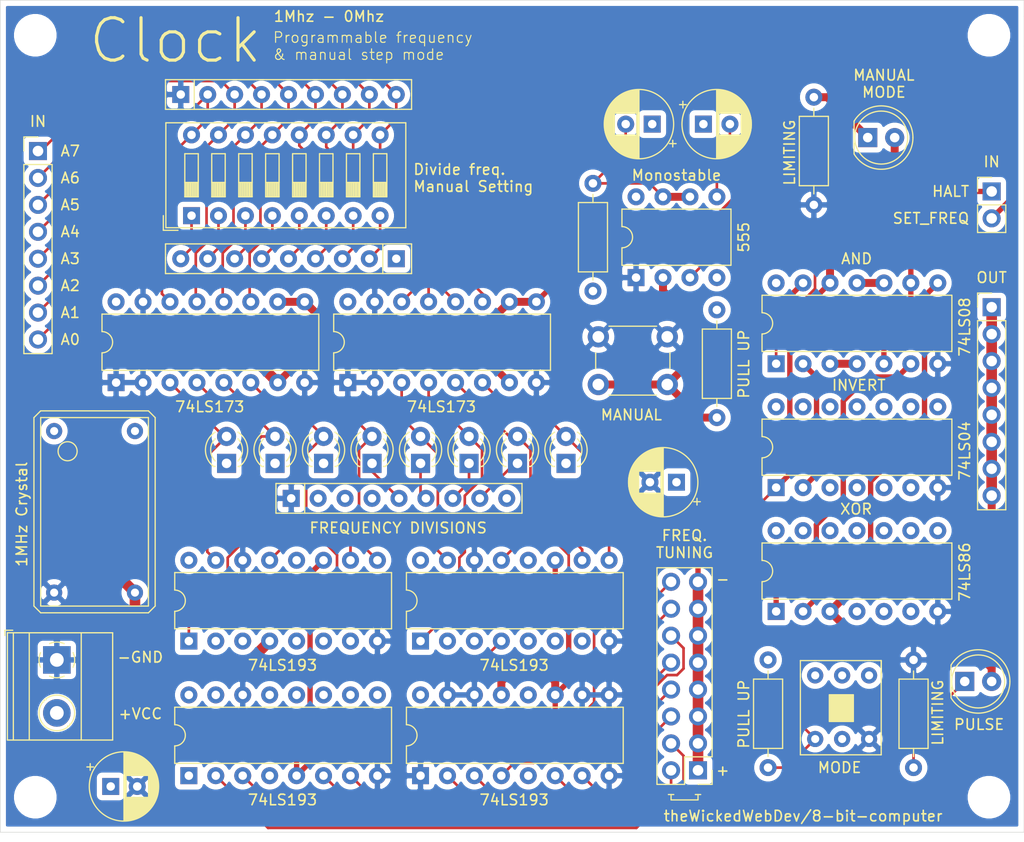
<source format=kicad_pcb>
(kicad_pcb (version 20171130) (host pcbnew "(5.1.9-0-10_14)")
  (layers (0 F.Cu signal) (1 In1.Cu signal) (2 In2.Cu signal) (31 B.Cu signal) (34 B.Paste user) (35 F.Paste user) (36 B.SilkS user) (37 F.SilkS user) (38 B.Mask user) (39 F.Mask user) (44 Edge.Cuts user))
  (net 0 "")
  (net 1 "Net-(U1-Pad1)")
  (net 2 +5V)
  (net 3 GND)
  (net 4 "Net-(U2-Pad7)")
  (net 5 "Net-(U2-Pad13)")
  (net 6 "Net-(U2-Pad6)")
  (net 7 "Net-(U2-Pad12)")
  (net 8 "Net-(U2-Pad11)")
  (net 9 "Net-(U2-Pad3)")
  (net 10 "Net-(U2-Pad2)")
  (net 11 "Net-(U4-Pad7)")
  (net 12 "Net-(U4-Pad6)")
  (net 13 "Net-(U4-Pad12)")
  (net 14 "Net-(U4-Pad3)")
  (net 15 "Net-(U4-Pad2)")
  (net 16 "Net-(U5-Pad12)")
  (net 17 "Net-(U6-Pad12)")
  (net 18 "Net-(C1-Pad2)")
  (net 19 "Net-(C2-Pad2)")
  (net 20 "Net-(R1-Pad2)")
  (net 21 "Net-(U7-Pad3)")
  (net 22 /CLOCK_OUT)
  (net 23 "Net-(D1-Pad1)")
  (net 24 "Net-(SW2-Pad1)")
  (net 25 "Net-(U8-Pad2)")
  (net 26 "Net-(U10-Pad1)")
  (net 27 /HALT)
  (net 28 "Net-(U9-Pad10)")
  (net 29 "Net-(U9-Pad3)")
  (net 30 "Net-(U10-Pad2)")
  (net 31 "Net-(SW2-Pad3)")
  (net 32 "Net-(SW2-Pad5)")
  (net 33 "Net-(D2-Pad2)")
  (net 34 "Net-(D2-Pad1)")
  (net 35 /A0)
  (net 36 /A1)
  (net 37 /A2)
  (net 38 "Net-(D3-Pad1)")
  (net 39 /A3)
  (net 40 "Net-(D4-Pad1)")
  (net 41 /A4)
  (net 42 "Net-(D5-Pad1)")
  (net 43 /A5)
  (net 44 "Net-(D6-Pad1)")
  (net 45 /A6)
  (net 46 "Net-(D7-Pad1)")
  (net 47 /A7)
  (net 48 "Net-(D8-Pad1)")
  (net 49 "Net-(J2-Pad8)")
  (net 50 "Net-(J2-Pad7)")
  (net 51 "Net-(J2-Pad6)")
  (net 52 "Net-(J2-Pad5)")
  (net 53 "Net-(J2-Pad4)")
  (net 54 "Net-(J2-Pad3)")
  (net 55 "Net-(J2-Pad2)")
  (net 56 "Net-(J2-Pad1)")
  (net 57 "Net-(RN2-Pad9)")
  (net 58 "Net-(RN2-Pad8)")
  (net 59 "Net-(RN2-Pad7)")
  (net 60 "Net-(RN2-Pad6)")
  (net 61 "Net-(RN2-Pad5)")
  (net 62 "Net-(RN2-Pad4)")
  (net 63 "Net-(RN2-Pad3)")
  (net 64 "Net-(RN2-Pad2)")
  (net 65 /1MHz_Pulse)
  (net 66 /SET_SPEED)
  (net 67 "Net-(U4-Pad13)")
  (net 68 "Net-(U6-Pad15)")
  (net 69 "Net-(U6-Pad13)")
  (net 70 "Net-(U6-Pad10)")
  (net 71 "Net-(U6-Pad9)")
  (net 72 "Net-(U6-Pad1)")
  (net 73 "Net-(D54-Pad1)")
  (net 74 "Net-(D55-Pad1)")
  (net 75 "Net-(J34-Pad8)")
  (net 76 "Net-(J34-Pad6)")
  (net 77 "Net-(J34-Pad4)")
  (net 78 "Net-(J34-Pad2)")
  (net 79 "Net-(J34-Pad1)")
  (net 80 "Net-(J34-Pad16)")
  (net 81 "Net-(J34-Pad14)")
  (net 82 "Net-(J34-Pad12)")
  (net 83 "Net-(J34-Pad10)")
  (net 84 "Net-(SW2-Pad2)")
  (module MountingHole:MountingHole_3mm (layer F.Cu) (at 66.802 99.06)
    (fp_text reference REF** hide)
    (fp_text value MountingHole_3mm hide)
    (pad 1 np_thru_hole circle (at 0 0) (size 3 3) (drill 3) (layers *.Cu *.Mask))
  )
  (module MountingHole:MountingHole_3mm (layer F.Cu) (at 66.802 27.178)
    (fp_text reference REF** hide)
    (fp_text value MountingHole_3mm hide)
    (pad 1 np_thru_hole circle (at 0 0) (size 3 3) (drill 3) (layers *.Cu *.Mask))
  )
  (module MountingHole:MountingHole_3mm (layer F.Cu) (at 156.718 27.178)
    (fp_text reference REF** hide)
    (fp_text value MountingHole_3mm hide)
    (pad 1 np_thru_hole circle (at 0 0) (size 3 3) (drill 3) (layers *.Cu *.Mask))
  )
  (module MountingHole:MountingHole_3mm (layer F.Cu) (at 156.718 99.06)
    (fp_text reference REF** hide)
    (fp_text value MountingHole_3mm hide)
    (pad 1 np_thru_hole circle (at 0 0) (size 3 3) (drill 3) (layers *.Cu *.Mask))
  )
  (module Capacitor_THT:CP_Radial_D6.3mm_P2.50mm (layer F.Cu) (at 73.914 98.044)
    (fp_text reference C4 hide)
    (fp_text value CP1)
    (pad 2 thru_hole circle (at 2.5 0) (size 1.6 1.6) (drill 0.8) (layers *.Cu *.Mask) (net 3 GND))
    (pad 1 thru_hole rect (at 0 0) (size 1.6 1.6) (drill 0.8) (layers *.Cu *.Mask) (net 2 +5V))
  )
  (module Capacitor_THT:CP_Radial_D6.3mm_P2.50mm (layer F.Cu) (at 127.254 69.342 180)
    (fp_text reference C3 hide)
    (fp_text value CP1)
    (pad 2 thru_hole circle (at 2.5 0 180) (size 1.6 1.6) (drill 0.8) (layers *.Cu *.Mask) (net 3 GND))
    (pad 1 thru_hole rect (at 0 0 180) (size 1.6 1.6) (drill 0.8) (layers *.Cu *.Mask) (net 2 +5V))
  )
  (module Package_DIP:DIP-16_W7.62mm (layer F.Cu) (at 96.266 59.944 90)
    (fp_text reference U11 hide)
    (fp_text value 74LS173 hide)
    (pad 16 thru_hole oval (at 7.62 0 90) (size 1.6 1.6) (drill 0.8) (layers *.Cu *.Mask) (net 2 +5V))
    (pad 8 thru_hole oval (at 0 17.78 90) (size 1.6 1.6) (drill 0.8) (layers *.Cu *.Mask) (net 3 GND))
    (pad 15 thru_hole oval (at 7.62 2.54 90) (size 1.6 1.6) (drill 0.8) (layers *.Cu *.Mask) (net 3 GND))
    (pad 7 thru_hole oval (at 0 15.24 90) (size 1.6 1.6) (drill 0.8) (layers *.Cu *.Mask) (net 65 /1MHz_Pulse))
    (pad 14 thru_hole oval (at 7.62 5.08 90) (size 1.6 1.6) (drill 0.8) (layers *.Cu *.Mask) (net 53 "Net-(J2-Pad4)"))
    (pad 6 thru_hole oval (at 0 12.7 90) (size 1.6 1.6) (drill 0.8) (layers *.Cu *.Mask) (net 47 /A7))
    (pad 13 thru_hole oval (at 7.62 7.62 90) (size 1.6 1.6) (drill 0.8) (layers *.Cu *.Mask) (net 54 "Net-(J2-Pad3)"))
    (pad 5 thru_hole oval (at 0 10.16 90) (size 1.6 1.6) (drill 0.8) (layers *.Cu *.Mask) (net 45 /A6))
    (pad 12 thru_hole oval (at 7.62 10.16 90) (size 1.6 1.6) (drill 0.8) (layers *.Cu *.Mask) (net 55 "Net-(J2-Pad2)"))
    (pad 4 thru_hole oval (at 0 7.62 90) (size 1.6 1.6) (drill 0.8) (layers *.Cu *.Mask) (net 43 /A5))
    (pad 11 thru_hole oval (at 7.62 12.7 90) (size 1.6 1.6) (drill 0.8) (layers *.Cu *.Mask) (net 56 "Net-(J2-Pad1)"))
    (pad 3 thru_hole oval (at 0 5.08 90) (size 1.6 1.6) (drill 0.8) (layers *.Cu *.Mask) (net 41 /A4))
    (pad 10 thru_hole oval (at 7.62 15.24 90) (size 1.6 1.6) (drill 0.8) (layers *.Cu *.Mask) (net 66 /SET_SPEED))
    (pad 2 thru_hole oval (at 0 2.54 90) (size 1.6 1.6) (drill 0.8) (layers *.Cu *.Mask) (net 3 GND))
    (pad 9 thru_hole oval (at 7.62 17.78 90) (size 1.6 1.6) (drill 0.8) (layers *.Cu *.Mask) (net 66 /SET_SPEED))
    (pad 1 thru_hole rect (at 0 0 90) (size 1.6 1.6) (drill 0.8) (layers *.Cu *.Mask) (net 3 GND))
  )
  (module Package_DIP:DIP-14_W7.62mm (layer F.Cu) (at 136.652 81.534 90)
    (fp_text reference U10 hide)
    (fp_text value 74LS86 hide)
    (pad 14 thru_hole oval (at 7.62 0 90) (size 1.6 1.6) (drill 0.8) (layers *.Cu *.Mask) (net 2 +5V))
    (pad 7 thru_hole oval (at 0 15.24 90) (size 1.6 1.6) (drill 0.8) (layers *.Cu *.Mask) (net 3 GND))
    (pad 13 thru_hole oval (at 7.62 2.54 90) (size 1.6 1.6) (drill 0.8) (layers *.Cu *.Mask))
    (pad 6 thru_hole oval (at 0 12.7 90) (size 1.6 1.6) (drill 0.8) (layers *.Cu *.Mask))
    (pad 12 thru_hole oval (at 7.62 5.08 90) (size 1.6 1.6) (drill 0.8) (layers *.Cu *.Mask))
    (pad 5 thru_hole oval (at 0 10.16 90) (size 1.6 1.6) (drill 0.8) (layers *.Cu *.Mask))
    (pad 11 thru_hole oval (at 7.62 7.62 90) (size 1.6 1.6) (drill 0.8) (layers *.Cu *.Mask))
    (pad 4 thru_hole oval (at 0 7.62 90) (size 1.6 1.6) (drill 0.8) (layers *.Cu *.Mask))
    (pad 10 thru_hole oval (at 7.62 10.16 90) (size 1.6 1.6) (drill 0.8) (layers *.Cu *.Mask))
    (pad 3 thru_hole oval (at 0 5.08 90) (size 1.6 1.6) (drill 0.8) (layers *.Cu *.Mask) (net 22 /CLOCK_OUT))
    (pad 9 thru_hole oval (at 7.62 12.7 90) (size 1.6 1.6) (drill 0.8) (layers *.Cu *.Mask))
    (pad 2 thru_hole oval (at 0 2.54 90) (size 1.6 1.6) (drill 0.8) (layers *.Cu *.Mask) (net 30 "Net-(U10-Pad2)"))
    (pad 8 thru_hole oval (at 7.62 15.24 90) (size 1.6 1.6) (drill 0.8) (layers *.Cu *.Mask))
    (pad 1 thru_hole rect (at 0 0 90) (size 1.6 1.6) (drill 0.8) (layers *.Cu *.Mask) (net 26 "Net-(U10-Pad1)"))
  )
  (module Package_DIP:DIP-14_W7.62mm (layer F.Cu) (at 136.652 58.166 90)
    (fp_text reference U9 hide)
    (fp_text value 74LS08 hide)
    (pad 14 thru_hole oval (at 7.62 0 90) (size 1.6 1.6) (drill 0.8) (layers *.Cu *.Mask) (net 2 +5V))
    (pad 7 thru_hole oval (at 0 15.24 90) (size 1.6 1.6) (drill 0.8) (layers *.Cu *.Mask) (net 3 GND))
    (pad 13 thru_hole oval (at 7.62 2.54 90) (size 1.6 1.6) (drill 0.8) (layers *.Cu *.Mask) (net 79 "Net-(J34-Pad1)"))
    (pad 6 thru_hole oval (at 0 12.7 90) (size 1.6 1.6) (drill 0.8) (layers *.Cu *.Mask) (net 26 "Net-(U10-Pad1)"))
    (pad 12 thru_hole oval (at 7.62 5.08 90) (size 1.6 1.6) (drill 0.8) (layers *.Cu *.Mask) (net 33 "Net-(D2-Pad2)"))
    (pad 5 thru_hole oval (at 0 10.16 90) (size 1.6 1.6) (drill 0.8) (layers *.Cu *.Mask) (net 27 /HALT))
    (pad 11 thru_hole oval (at 7.62 7.62 90) (size 1.6 1.6) (drill 0.8) (layers *.Cu *.Mask) (net 28 "Net-(U9-Pad10)"))
    (pad 4 thru_hole oval (at 0 7.62 90) (size 1.6 1.6) (drill 0.8) (layers *.Cu *.Mask) (net 29 "Net-(U9-Pad3)"))
    (pad 10 thru_hole oval (at 7.62 10.16 90) (size 1.6 1.6) (drill 0.8) (layers *.Cu *.Mask) (net 28 "Net-(U9-Pad10)"))
    (pad 3 thru_hole oval (at 0 5.08 90) (size 1.6 1.6) (drill 0.8) (layers *.Cu *.Mask) (net 29 "Net-(U9-Pad3)"))
    (pad 9 thru_hole oval (at 7.62 12.7 90) (size 1.6 1.6) (drill 0.8) (layers *.Cu *.Mask) (net 27 /HALT))
    (pad 2 thru_hole oval (at 0 2.54 90) (size 1.6 1.6) (drill 0.8) (layers *.Cu *.Mask) (net 25 "Net-(U8-Pad2)"))
    (pad 8 thru_hole oval (at 7.62 15.24 90) (size 1.6 1.6) (drill 0.8) (layers *.Cu *.Mask) (net 30 "Net-(U10-Pad2)"))
    (pad 1 thru_hole rect (at 0 0 90) (size 1.6 1.6) (drill 0.8) (layers *.Cu *.Mask) (net 21 "Net-(U7-Pad3)"))
  )
  (module Package_DIP:DIP-14_W7.62mm (layer F.Cu) (at 136.652 69.85 90)
    (fp_text reference U8 hide)
    (fp_text value 74LS04 hide)
    (pad 14 thru_hole oval (at 7.62 0 90) (size 1.6 1.6) (drill 0.8) (layers *.Cu *.Mask) (net 2 +5V))
    (pad 7 thru_hole oval (at 0 15.24 90) (size 1.6 1.6) (drill 0.8) (layers *.Cu *.Mask) (net 3 GND))
    (pad 13 thru_hole oval (at 7.62 2.54 90) (size 1.6 1.6) (drill 0.8) (layers *.Cu *.Mask))
    (pad 6 thru_hole oval (at 0 12.7 90) (size 1.6 1.6) (drill 0.8) (layers *.Cu *.Mask))
    (pad 12 thru_hole oval (at 7.62 5.08 90) (size 1.6 1.6) (drill 0.8) (layers *.Cu *.Mask))
    (pad 5 thru_hole oval (at 0 10.16 90) (size 1.6 1.6) (drill 0.8) (layers *.Cu *.Mask))
    (pad 11 thru_hole oval (at 7.62 7.62 90) (size 1.6 1.6) (drill 0.8) (layers *.Cu *.Mask))
    (pad 4 thru_hole oval (at 0 7.62 90) (size 1.6 1.6) (drill 0.8) (layers *.Cu *.Mask))
    (pad 10 thru_hole oval (at 7.62 10.16 90) (size 1.6 1.6) (drill 0.8) (layers *.Cu *.Mask))
    (pad 3 thru_hole oval (at 0 5.08 90) (size 1.6 1.6) (drill 0.8) (layers *.Cu *.Mask))
    (pad 9 thru_hole oval (at 7.62 12.7 90) (size 1.6 1.6) (drill 0.8) (layers *.Cu *.Mask))
    (pad 2 thru_hole oval (at 0 2.54 90) (size 1.6 1.6) (drill 0.8) (layers *.Cu *.Mask) (net 25 "Net-(U8-Pad2)"))
    (pad 8 thru_hole oval (at 7.62 15.24 90) (size 1.6 1.6) (drill 0.8) (layers *.Cu *.Mask))
    (pad 1 thru_hole rect (at 0 0 90) (size 1.6 1.6) (drill 0.8) (layers *.Cu *.Mask) (net 33 "Net-(D2-Pad2)"))
  )
  (module Package_DIP:DIP-8_W7.62mm (layer F.Cu) (at 123.444 50.038 90)
    (fp_text reference U7 hide)
    (fp_text value LM555xN hide)
    (pad 8 thru_hole oval (at 7.62 0 90) (size 1.6 1.6) (drill 0.8) (layers *.Cu *.Mask) (net 2 +5V))
    (pad 4 thru_hole oval (at 0 7.62 90) (size 1.6 1.6) (drill 0.8) (layers *.Cu *.Mask) (net 2 +5V))
    (pad 7 thru_hole oval (at 7.62 2.54 90) (size 1.6 1.6) (drill 0.8) (layers *.Cu *.Mask) (net 19 "Net-(C2-Pad2)"))
    (pad 3 thru_hole oval (at 0 5.08 90) (size 1.6 1.6) (drill 0.8) (layers *.Cu *.Mask) (net 21 "Net-(U7-Pad3)"))
    (pad 6 thru_hole oval (at 7.62 5.08 90) (size 1.6 1.6) (drill 0.8) (layers *.Cu *.Mask) (net 19 "Net-(C2-Pad2)"))
    (pad 2 thru_hole oval (at 0 2.54 90) (size 1.6 1.6) (drill 0.8) (layers *.Cu *.Mask) (net 20 "Net-(R1-Pad2)"))
    (pad 5 thru_hole oval (at 7.62 7.62 90) (size 1.6 1.6) (drill 0.8) (layers *.Cu *.Mask) (net 18 "Net-(C1-Pad2)"))
    (pad 1 thru_hole rect (at 0 0 90) (size 1.6 1.6) (drill 0.8) (layers *.Cu *.Mask) (net 3 GND))
  )
  (module Package_DIP:DIP-16_W7.62mm (layer F.Cu) (at 81.28 97.028 90)
    (fp_text reference U6 hide)
    (fp_text value 74LS193 hide)
    (pad 16 thru_hole oval (at 7.62 0 90) (size 1.6 1.6) (drill 0.8) (layers *.Cu *.Mask) (net 2 +5V))
    (pad 8 thru_hole oval (at 0 17.78 90) (size 1.6 1.6) (drill 0.8) (layers *.Cu *.Mask) (net 3 GND))
    (pad 15 thru_hole oval (at 7.62 2.54 90) (size 1.6 1.6) (drill 0.8) (layers *.Cu *.Mask) (net 68 "Net-(U6-Pad15)"))
    (pad 7 thru_hole oval (at 0 15.24 90) (size 1.6 1.6) (drill 0.8) (layers *.Cu *.Mask) (net 75 "Net-(J34-Pad8)"))
    (pad 14 thru_hole oval (at 7.62 5.08 90) (size 1.6 1.6) (drill 0.8) (layers *.Cu *.Mask) (net 3 GND))
    (pad 6 thru_hole oval (at 0 12.7 90) (size 1.6 1.6) (drill 0.8) (layers *.Cu *.Mask) (net 76 "Net-(J34-Pad6)"))
    (pad 13 thru_hole oval (at 7.62 7.62 90) (size 1.6 1.6) (drill 0.8) (layers *.Cu *.Mask) (net 69 "Net-(U6-Pad13)"))
    (pad 5 thru_hole oval (at 0 10.16 90) (size 1.6 1.6) (drill 0.8) (layers *.Cu *.Mask) (net 8 "Net-(U2-Pad11)"))
    (pad 12 thru_hole oval (at 7.62 10.16 90) (size 1.6 1.6) (drill 0.8) (layers *.Cu *.Mask) (net 17 "Net-(U6-Pad12)"))
    (pad 4 thru_hole oval (at 0 7.62 90) (size 1.6 1.6) (drill 0.8) (layers *.Cu *.Mask) (net 2 +5V))
    (pad 11 thru_hole oval (at 7.62 12.7 90) (size 1.6 1.6) (drill 0.8) (layers *.Cu *.Mask) (net 2 +5V))
    (pad 3 thru_hole oval (at 0 5.08 90) (size 1.6 1.6) (drill 0.8) (layers *.Cu *.Mask) (net 78 "Net-(J34-Pad2)"))
    (pad 10 thru_hole oval (at 7.62 15.24 90) (size 1.6 1.6) (drill 0.8) (layers *.Cu *.Mask) (net 70 "Net-(U6-Pad10)"))
    (pad 2 thru_hole oval (at 0 2.54 90) (size 1.6 1.6) (drill 0.8) (layers *.Cu *.Mask) (net 77 "Net-(J34-Pad4)"))
    (pad 9 thru_hole oval (at 7.62 17.78 90) (size 1.6 1.6) (drill 0.8) (layers *.Cu *.Mask) (net 71 "Net-(U6-Pad9)"))
    (pad 1 thru_hole rect (at 0 0 90) (size 1.6 1.6) (drill 0.8) (layers *.Cu *.Mask) (net 72 "Net-(U6-Pad1)"))
  )
  (module Package_DIP:DIP-16_W7.62mm (layer F.Cu) (at 103.124 97.028 90)
    (fp_text reference U5 hide)
    (fp_text value 74LS193 hide)
    (pad 16 thru_hole oval (at 7.62 0 90) (size 1.6 1.6) (drill 0.8) (layers *.Cu *.Mask) (net 2 +5V))
    (pad 8 thru_hole oval (at 0 17.78 90) (size 1.6 1.6) (drill 0.8) (layers *.Cu *.Mask) (net 3 GND))
    (pad 15 thru_hole oval (at 7.62 2.54 90) (size 1.6 1.6) (drill 0.8) (layers *.Cu *.Mask) (net 3 GND))
    (pad 7 thru_hole oval (at 0 15.24 90) (size 1.6 1.6) (drill 0.8) (layers *.Cu *.Mask) (net 80 "Net-(J34-Pad16)"))
    (pad 14 thru_hole oval (at 7.62 5.08 90) (size 1.6 1.6) (drill 0.8) (layers *.Cu *.Mask) (net 3 GND))
    (pad 6 thru_hole oval (at 0 12.7 90) (size 1.6 1.6) (drill 0.8) (layers *.Cu *.Mask) (net 81 "Net-(J34-Pad14)"))
    (pad 13 thru_hole oval (at 7.62 7.62 90) (size 1.6 1.6) (drill 0.8) (layers *.Cu *.Mask) (net 8 "Net-(U2-Pad11)"))
    (pad 5 thru_hole oval (at 0 10.16 90) (size 1.6 1.6) (drill 0.8) (layers *.Cu *.Mask) (net 2 +5V))
    (pad 12 thru_hole oval (at 7.62 10.16 90) (size 1.6 1.6) (drill 0.8) (layers *.Cu *.Mask) (net 16 "Net-(U5-Pad12)"))
    (pad 4 thru_hole oval (at 0 7.62 90) (size 1.6 1.6) (drill 0.8) (layers *.Cu *.Mask) (net 67 "Net-(U4-Pad13)"))
    (pad 11 thru_hole oval (at 7.62 12.7 90) (size 1.6 1.6) (drill 0.8) (layers *.Cu *.Mask) (net 8 "Net-(U2-Pad11)"))
    (pad 3 thru_hole oval (at 0 5.08 90) (size 1.6 1.6) (drill 0.8) (layers *.Cu *.Mask) (net 83 "Net-(J34-Pad10)"))
    (pad 10 thru_hole oval (at 7.62 15.24 90) (size 1.6 1.6) (drill 0.8) (layers *.Cu *.Mask) (net 3 GND))
    (pad 2 thru_hole oval (at 0 2.54 90) (size 1.6 1.6) (drill 0.8) (layers *.Cu *.Mask) (net 82 "Net-(J34-Pad12)"))
    (pad 9 thru_hole oval (at 7.62 17.78 90) (size 1.6 1.6) (drill 0.8) (layers *.Cu *.Mask) (net 3 GND))
    (pad 1 thru_hole rect (at 0 0 90) (size 1.6 1.6) (drill 0.8) (layers *.Cu *.Mask) (net 3 GND))
  )
  (module Package_DIP:DIP-16_W7.62mm (layer F.Cu) (at 103.124 84.328 90)
    (fp_text reference U4 hide)
    (fp_text value 74LS193)
    (pad 16 thru_hole oval (at 7.62 0 90) (size 1.6 1.6) (drill 0.8) (layers *.Cu *.Mask) (net 2 +5V))
    (pad 8 thru_hole oval (at 0 17.78 90) (size 1.6 1.6) (drill 0.8) (layers *.Cu *.Mask) (net 3 GND))
    (pad 15 thru_hole oval (at 7.62 2.54 90) (size 1.6 1.6) (drill 0.8) (layers *.Cu *.Mask) (net 41 /A4))
    (pad 7 thru_hole oval (at 0 15.24 90) (size 1.6 1.6) (drill 0.8) (layers *.Cu *.Mask) (net 11 "Net-(U4-Pad7)"))
    (pad 14 thru_hole oval (at 7.62 5.08 90) (size 1.6 1.6) (drill 0.8) (layers *.Cu *.Mask) (net 3 GND))
    (pad 6 thru_hole oval (at 0 12.7 90) (size 1.6 1.6) (drill 0.8) (layers *.Cu *.Mask) (net 12 "Net-(U4-Pad6)"))
    (pad 13 thru_hole oval (at 7.62 7.62 90) (size 1.6 1.6) (drill 0.8) (layers *.Cu *.Mask) (net 67 "Net-(U4-Pad13)"))
    (pad 5 thru_hole oval (at 0 10.16 90) (size 1.6 1.6) (drill 0.8) (layers *.Cu *.Mask) (net 2 +5V))
    (pad 12 thru_hole oval (at 7.62 10.16 90) (size 1.6 1.6) (drill 0.8) (layers *.Cu *.Mask) (net 13 "Net-(U4-Pad12)"))
    (pad 4 thru_hole oval (at 0 7.62 90) (size 1.6 1.6) (drill 0.8) (layers *.Cu *.Mask) (net 5 "Net-(U2-Pad13)"))
    (pad 11 thru_hole oval (at 7.62 12.7 90) (size 1.6 1.6) (drill 0.8) (layers *.Cu *.Mask) (net 8 "Net-(U2-Pad11)"))
    (pad 3 thru_hole oval (at 0 5.08 90) (size 1.6 1.6) (drill 0.8) (layers *.Cu *.Mask) (net 14 "Net-(U4-Pad3)"))
    (pad 10 thru_hole oval (at 7.62 15.24 90) (size 1.6 1.6) (drill 0.8) (layers *.Cu *.Mask) (net 45 /A6))
    (pad 2 thru_hole oval (at 0 2.54 90) (size 1.6 1.6) (drill 0.8) (layers *.Cu *.Mask) (net 15 "Net-(U4-Pad2)"))
    (pad 9 thru_hole oval (at 7.62 17.78 90) (size 1.6 1.6) (drill 0.8) (layers *.Cu *.Mask) (net 47 /A7))
    (pad 1 thru_hole rect (at 0 0 90) (size 1.6 1.6) (drill 0.8) (layers *.Cu *.Mask) (net 43 /A5))
  )
  (module Package_DIP:DIP-16_W7.62mm (layer F.Cu) (at 74.422 59.944 90)
    (fp_text reference U3 hide)
    (fp_text value 74LS173 hide)
    (pad 16 thru_hole oval (at 7.62 0 90) (size 1.6 1.6) (drill 0.8) (layers *.Cu *.Mask) (net 2 +5V))
    (pad 8 thru_hole oval (at 0 17.78 90) (size 1.6 1.6) (drill 0.8) (layers *.Cu *.Mask) (net 3 GND))
    (pad 15 thru_hole oval (at 7.62 2.54 90) (size 1.6 1.6) (drill 0.8) (layers *.Cu *.Mask) (net 3 GND))
    (pad 7 thru_hole oval (at 0 15.24 90) (size 1.6 1.6) (drill 0.8) (layers *.Cu *.Mask) (net 65 /1MHz_Pulse))
    (pad 14 thru_hole oval (at 7.62 5.08 90) (size 1.6 1.6) (drill 0.8) (layers *.Cu *.Mask) (net 49 "Net-(J2-Pad8)"))
    (pad 6 thru_hole oval (at 0 12.7 90) (size 1.6 1.6) (drill 0.8) (layers *.Cu *.Mask) (net 39 /A3))
    (pad 13 thru_hole oval (at 7.62 7.62 90) (size 1.6 1.6) (drill 0.8) (layers *.Cu *.Mask) (net 50 "Net-(J2-Pad7)"))
    (pad 5 thru_hole oval (at 0 10.16 90) (size 1.6 1.6) (drill 0.8) (layers *.Cu *.Mask) (net 37 /A2))
    (pad 12 thru_hole oval (at 7.62 10.16 90) (size 1.6 1.6) (drill 0.8) (layers *.Cu *.Mask) (net 51 "Net-(J2-Pad6)"))
    (pad 4 thru_hole oval (at 0 7.62 90) (size 1.6 1.6) (drill 0.8) (layers *.Cu *.Mask) (net 36 /A1))
    (pad 11 thru_hole oval (at 7.62 12.7 90) (size 1.6 1.6) (drill 0.8) (layers *.Cu *.Mask) (net 52 "Net-(J2-Pad5)"))
    (pad 3 thru_hole oval (at 0 5.08 90) (size 1.6 1.6) (drill 0.8) (layers *.Cu *.Mask) (net 35 /A0))
    (pad 10 thru_hole oval (at 7.62 15.24 90) (size 1.6 1.6) (drill 0.8) (layers *.Cu *.Mask) (net 66 /SET_SPEED))
    (pad 2 thru_hole oval (at 0 2.54 90) (size 1.6 1.6) (drill 0.8) (layers *.Cu *.Mask) (net 3 GND))
    (pad 9 thru_hole oval (at 7.62 17.78 90) (size 1.6 1.6) (drill 0.8) (layers *.Cu *.Mask) (net 66 /SET_SPEED))
    (pad 1 thru_hole rect (at 0 0 90) (size 1.6 1.6) (drill 0.8) (layers *.Cu *.Mask) (net 3 GND))
  )
  (module Package_DIP:DIP-16_W7.62mm (layer F.Cu) (at 81.28 84.328 90)
    (fp_text reference U2 hide)
    (fp_text value 74LS193)
    (pad 16 thru_hole oval (at 7.62 0 90) (size 1.6 1.6) (drill 0.8) (layers *.Cu *.Mask) (net 2 +5V))
    (pad 8 thru_hole oval (at 0 17.78 90) (size 1.6 1.6) (drill 0.8) (layers *.Cu *.Mask) (net 3 GND))
    (pad 15 thru_hole oval (at 7.62 2.54 90) (size 1.6 1.6) (drill 0.8) (layers *.Cu *.Mask) (net 35 /A0))
    (pad 7 thru_hole oval (at 0 15.24 90) (size 1.6 1.6) (drill 0.8) (layers *.Cu *.Mask) (net 4 "Net-(U2-Pad7)"))
    (pad 14 thru_hole oval (at 7.62 5.08 90) (size 1.6 1.6) (drill 0.8) (layers *.Cu *.Mask) (net 3 GND))
    (pad 6 thru_hole oval (at 0 12.7 90) (size 1.6 1.6) (drill 0.8) (layers *.Cu *.Mask) (net 6 "Net-(U2-Pad6)"))
    (pad 13 thru_hole oval (at 7.62 7.62 90) (size 1.6 1.6) (drill 0.8) (layers *.Cu *.Mask) (net 5 "Net-(U2-Pad13)"))
    (pad 5 thru_hole oval (at 0 10.16 90) (size 1.6 1.6) (drill 0.8) (layers *.Cu *.Mask) (net 2 +5V))
    (pad 12 thru_hole oval (at 7.62 10.16 90) (size 1.6 1.6) (drill 0.8) (layers *.Cu *.Mask) (net 7 "Net-(U2-Pad12)"))
    (pad 4 thru_hole oval (at 0 7.62 90) (size 1.6 1.6) (drill 0.8) (layers *.Cu *.Mask) (net 65 /1MHz_Pulse))
    (pad 11 thru_hole oval (at 7.62 12.7 90) (size 1.6 1.6) (drill 0.8) (layers *.Cu *.Mask) (net 8 "Net-(U2-Pad11)"))
    (pad 3 thru_hole oval (at 0 5.08 90) (size 1.6 1.6) (drill 0.8) (layers *.Cu *.Mask) (net 9 "Net-(U2-Pad3)"))
    (pad 10 thru_hole oval (at 7.62 15.24 90) (size 1.6 1.6) (drill 0.8) (layers *.Cu *.Mask) (net 37 /A2))
    (pad 2 thru_hole oval (at 0 2.54 90) (size 1.6 1.6) (drill 0.8) (layers *.Cu *.Mask) (net 10 "Net-(U2-Pad2)"))
    (pad 9 thru_hole oval (at 7.62 17.78 90) (size 1.6 1.6) (drill 0.8) (layers *.Cu *.Mask) (net 39 /A3))
    (pad 1 thru_hole rect (at 0 0 90) (size 1.6 1.6) (drill 0.8) (layers *.Cu *.Mask) (net 36 /A1))
  )
  (module "8-bit-diy-computer:full_can _1mhz_crystal" (layer F.Cu) (at 76.2 64.516 270)
    (fp_text reference U1 hide)
    (fp_text value 4-pin-crystal-1mhz hide)
    (pad 8 thru_hole circle (at 15.24 0) (size 1.524 1.524) (drill 0.762) (layers *.Cu *.Mask) (net 65 /1MHz_Pulse))
    (pad 7 thru_hole circle (at 15.24 7.62) (size 1.524 1.524) (drill 0.762) (layers *.Cu *.Mask) (net 3 GND))
    (pad 14 thru_hole circle (at 0 0) (size 1.524 1.524) (drill 0.762) (layers *.Cu *.Mask) (net 2 +5V))
    (pad 1 thru_hole circle (at 0 7.62) (size 1.524 1.524) (drill 0.762) (layers *.Cu *.Mask) (net 1 "Net-(U1-Pad1)"))
  )
  (module Button_Switch_THT:SW_DIP_SPSTx08_Slide_9.78x22.5mm_W7.62mm_P2.54mm (layer F.Cu) (at 81.534 44.196 90)
    (fp_text reference SW13 hide)
    (fp_text value SW_DIP_x08 hide)
    (pad 16 thru_hole oval (at 7.62 0 90) (size 1.6 1.6) (drill 0.8) (layers *.Cu *.Mask) (net 49 "Net-(J2-Pad8)"))
    (pad 8 thru_hole oval (at 0 17.78 90) (size 1.6 1.6) (drill 0.8) (layers *.Cu *.Mask) (net 64 "Net-(RN2-Pad2)"))
    (pad 15 thru_hole oval (at 7.62 2.54 90) (size 1.6 1.6) (drill 0.8) (layers *.Cu *.Mask) (net 50 "Net-(J2-Pad7)"))
    (pad 7 thru_hole oval (at 0 15.24 90) (size 1.6 1.6) (drill 0.8) (layers *.Cu *.Mask) (net 63 "Net-(RN2-Pad3)"))
    (pad 14 thru_hole oval (at 7.62 5.08 90) (size 1.6 1.6) (drill 0.8) (layers *.Cu *.Mask) (net 51 "Net-(J2-Pad6)"))
    (pad 6 thru_hole oval (at 0 12.7 90) (size 1.6 1.6) (drill 0.8) (layers *.Cu *.Mask) (net 62 "Net-(RN2-Pad4)"))
    (pad 13 thru_hole oval (at 7.62 7.62 90) (size 1.6 1.6) (drill 0.8) (layers *.Cu *.Mask) (net 52 "Net-(J2-Pad5)"))
    (pad 5 thru_hole oval (at 0 10.16 90) (size 1.6 1.6) (drill 0.8) (layers *.Cu *.Mask) (net 61 "Net-(RN2-Pad5)"))
    (pad 12 thru_hole oval (at 7.62 10.16 90) (size 1.6 1.6) (drill 0.8) (layers *.Cu *.Mask) (net 53 "Net-(J2-Pad4)"))
    (pad 4 thru_hole oval (at 0 7.62 90) (size 1.6 1.6) (drill 0.8) (layers *.Cu *.Mask) (net 60 "Net-(RN2-Pad6)"))
    (pad 11 thru_hole oval (at 7.62 12.7 90) (size 1.6 1.6) (drill 0.8) (layers *.Cu *.Mask) (net 54 "Net-(J2-Pad3)"))
    (pad 3 thru_hole oval (at 0 5.08 90) (size 1.6 1.6) (drill 0.8) (layers *.Cu *.Mask) (net 59 "Net-(RN2-Pad7)"))
    (pad 10 thru_hole oval (at 7.62 15.24 90) (size 1.6 1.6) (drill 0.8) (layers *.Cu *.Mask) (net 55 "Net-(J2-Pad2)"))
    (pad 2 thru_hole oval (at 0 2.54 90) (size 1.6 1.6) (drill 0.8) (layers *.Cu *.Mask) (net 58 "Net-(RN2-Pad8)"))
    (pad 9 thru_hole oval (at 7.62 17.78 90) (size 1.6 1.6) (drill 0.8) (layers *.Cu *.Mask) (net 56 "Net-(J2-Pad1)"))
    (pad 1 thru_hole rect (at 0 0 90) (size 1.6 1.6) (drill 0.8) (layers *.Cu *.Mask) (net 57 "Net-(RN2-Pad9)"))
  )
  (module 8-bit-diy-computer:dpdt_tht_push_switch (layer F.Cu) (at 143.002 90.424 270)
    (fp_text reference SW2 hide)
    (fp_text value SW_dPDT hide)
    (pad 6 thru_hole circle (at 3.1425 2.667 270) (size 1.524 1.524) (drill 0.762) (layers *.Cu *.Mask) (net 33 "Net-(D2-Pad2)"))
    (pad 4 thru_hole circle (at 3.1425 -2.413 270) (size 1.524 1.524) (drill 0.762) (layers *.Cu *.Mask) (net 3 GND))
    (pad 2 thru_hole circle (at 3.1425 0.127 270) (size 1.524 1.524) (drill 0.762) (layers *.Cu *.Mask) (net 84 "Net-(SW2-Pad2)"))
    (pad 5 thru_hole circle (at -2.8575 2.667 270) (size 1.524 1.524) (drill 0.762) (layers *.Cu *.Mask) (net 32 "Net-(SW2-Pad5)"))
    (pad 1 thru_hole circle (at -2.8575 0.127 270) (size 1.524 1.524) (drill 0.762) (layers *.Cu *.Mask) (net 24 "Net-(SW2-Pad1)"))
    (pad 3 thru_hole circle (at -2.8575 -2.413 270) (size 1.524 1.524) (drill 0.762) (layers *.Cu *.Mask) (net 31 "Net-(SW2-Pad3)"))
  )
  (module Button_Switch_THT:SW_PUSH_6mm (layer F.Cu) (at 119.888 55.626)
    (fp_text reference SW1 hide)
    (fp_text value SW_Push hide)
    (pad 1 thru_hole circle (at 6.5 0 90) (size 2 2) (drill 1.1) (layers *.Cu *.Mask) (net 3 GND))
    (pad 2 thru_hole circle (at 6.5 4.5 90) (size 2 2) (drill 1.1) (layers *.Cu *.Mask) (net 20 "Net-(R1-Pad2)"))
    (pad 1 thru_hole circle (at 0 0 90) (size 2 2) (drill 1.1) (layers *.Cu *.Mask) (net 3 GND))
    (pad 2 thru_hole circle (at 0 4.5 90) (size 2 2) (drill 1.1) (layers *.Cu *.Mask) (net 20 "Net-(R1-Pad2)"))
  )
  (module Resistor_THT:R_Array_SIP9 (layer F.Cu) (at 90.932 70.866)
    (fp_text reference RN3 hide)
    (fp_text value R_Network08_US hide)
    (pad 9 thru_hole oval (at 20.32 0) (size 1.6 1.6) (drill 0.8) (layers *.Cu *.Mask) (net 48 "Net-(D8-Pad1)"))
    (pad 8 thru_hole oval (at 17.78 0) (size 1.6 1.6) (drill 0.8) (layers *.Cu *.Mask) (net 46 "Net-(D7-Pad1)"))
    (pad 7 thru_hole oval (at 15.24 0) (size 1.6 1.6) (drill 0.8) (layers *.Cu *.Mask) (net 44 "Net-(D6-Pad1)"))
    (pad 6 thru_hole oval (at 12.7 0) (size 1.6 1.6) (drill 0.8) (layers *.Cu *.Mask) (net 42 "Net-(D5-Pad1)"))
    (pad 5 thru_hole oval (at 10.16 0) (size 1.6 1.6) (drill 0.8) (layers *.Cu *.Mask) (net 40 "Net-(D4-Pad1)"))
    (pad 4 thru_hole oval (at 7.62 0) (size 1.6 1.6) (drill 0.8) (layers *.Cu *.Mask) (net 38 "Net-(D3-Pad1)"))
    (pad 3 thru_hole oval (at 5.08 0) (size 1.6 1.6) (drill 0.8) (layers *.Cu *.Mask) (net 73 "Net-(D54-Pad1)"))
    (pad 2 thru_hole oval (at 2.54 0) (size 1.6 1.6) (drill 0.8) (layers *.Cu *.Mask) (net 23 "Net-(D1-Pad1)"))
    (pad 1 thru_hole rect (at 0 0) (size 1.6 1.6) (drill 0.8) (layers *.Cu *.Mask) (net 3 GND))
  )
  (module Resistor_THT:R_Array_SIP9 (layer F.Cu) (at 100.838 48.26 180)
    (fp_text reference RN2 hide)
    (fp_text value R_Network08_US)
    (pad 9 thru_hole oval (at 20.32 0 180) (size 1.6 1.6) (drill 0.8) (layers *.Cu *.Mask) (net 57 "Net-(RN2-Pad9)"))
    (pad 8 thru_hole oval (at 17.78 0 180) (size 1.6 1.6) (drill 0.8) (layers *.Cu *.Mask) (net 58 "Net-(RN2-Pad8)"))
    (pad 7 thru_hole oval (at 15.24 0 180) (size 1.6 1.6) (drill 0.8) (layers *.Cu *.Mask) (net 59 "Net-(RN2-Pad7)"))
    (pad 6 thru_hole oval (at 12.7 0 180) (size 1.6 1.6) (drill 0.8) (layers *.Cu *.Mask) (net 60 "Net-(RN2-Pad6)"))
    (pad 5 thru_hole oval (at 10.16 0 180) (size 1.6 1.6) (drill 0.8) (layers *.Cu *.Mask) (net 61 "Net-(RN2-Pad5)"))
    (pad 4 thru_hole oval (at 7.62 0 180) (size 1.6 1.6) (drill 0.8) (layers *.Cu *.Mask) (net 62 "Net-(RN2-Pad4)"))
    (pad 3 thru_hole oval (at 5.08 0 180) (size 1.6 1.6) (drill 0.8) (layers *.Cu *.Mask) (net 63 "Net-(RN2-Pad3)"))
    (pad 2 thru_hole oval (at 2.54 0 180) (size 1.6 1.6) (drill 0.8) (layers *.Cu *.Mask) (net 64 "Net-(RN2-Pad2)"))
    (pad 1 thru_hole rect (at 0 0 180) (size 1.6 1.6) (drill 0.8) (layers *.Cu *.Mask) (net 2 +5V))
  )
  (module Resistor_THT:R_Array_SIP9 (layer F.Cu) (at 80.518 32.766)
    (fp_text reference RN1 hide)
    (fp_text value R_Network08_US hide)
    (pad 9 thru_hole oval (at 20.32 0) (size 1.6 1.6) (drill 0.8) (layers *.Cu *.Mask) (net 56 "Net-(J2-Pad1)"))
    (pad 8 thru_hole oval (at 17.78 0) (size 1.6 1.6) (drill 0.8) (layers *.Cu *.Mask) (net 55 "Net-(J2-Pad2)"))
    (pad 7 thru_hole oval (at 15.24 0) (size 1.6 1.6) (drill 0.8) (layers *.Cu *.Mask) (net 54 "Net-(J2-Pad3)"))
    (pad 6 thru_hole oval (at 12.7 0) (size 1.6 1.6) (drill 0.8) (layers *.Cu *.Mask) (net 53 "Net-(J2-Pad4)"))
    (pad 5 thru_hole oval (at 10.16 0) (size 1.6 1.6) (drill 0.8) (layers *.Cu *.Mask) (net 52 "Net-(J2-Pad5)"))
    (pad 4 thru_hole oval (at 7.62 0) (size 1.6 1.6) (drill 0.8) (layers *.Cu *.Mask) (net 51 "Net-(J2-Pad6)"))
    (pad 3 thru_hole oval (at 5.08 0) (size 1.6 1.6) (drill 0.8) (layers *.Cu *.Mask) (net 50 "Net-(J2-Pad7)"))
    (pad 2 thru_hole oval (at 2.54 0) (size 1.6 1.6) (drill 0.8) (layers *.Cu *.Mask) (net 49 "Net-(J2-Pad8)"))
    (pad 1 thru_hole rect (at 0 0) (size 1.6 1.6) (drill 0.8) (layers *.Cu *.Mask) (net 3 GND))
  )
  (module Resistor_THT:R_Axial_DIN0207_L6.3mm_D2.5mm_P10.16mm_Horizontal (layer F.Cu) (at 140.208 33.02 270)
    (fp_text reference R5 hide)
    (fp_text value R_Small_US hide)
    (pad 2 thru_hole oval (at 10.16 0 270) (size 1.6 1.6) (drill 0.8) (layers *.Cu *.Mask) (net 3 GND))
    (pad 1 thru_hole circle (at 0 0 270) (size 1.6 1.6) (drill 0.8) (layers *.Cu *.Mask) (net 34 "Net-(D2-Pad1)"))
  )
  (module Resistor_THT:R_Axial_DIN0207_L6.3mm_D2.5mm_P10.16mm_Horizontal (layer F.Cu) (at 149.606 96.266 90)
    (fp_text reference R4 hide)
    (fp_text value R_Small_US hide)
    (pad 2 thru_hole oval (at 10.16 0 90) (size 1.6 1.6) (drill 0.8) (layers *.Cu *.Mask) (net 3 GND))
    (pad 1 thru_hole circle (at 0 0 90) (size 1.6 1.6) (drill 0.8) (layers *.Cu *.Mask) (net 74 "Net-(D55-Pad1)"))
  )
  (module Resistor_THT:R_Axial_DIN0207_L6.3mm_D2.5mm_P10.16mm_Horizontal (layer F.Cu) (at 135.89 96.266 90)
    (fp_text reference R3 hide)
    (fp_text value R_Small_US hide)
    (pad 2 thru_hole oval (at 10.16 0 90) (size 1.6 1.6) (drill 0.8) (layers *.Cu *.Mask) (net 2 +5V))
    (pad 1 thru_hole circle (at 0 0 90) (size 1.6 1.6) (drill 0.8) (layers *.Cu *.Mask) (net 33 "Net-(D2-Pad2)"))
  )
  (module Resistor_THT:R_Axial_DIN0207_L6.3mm_D2.5mm_P10.16mm_Horizontal (layer F.Cu) (at 119.38 41.148 270)
    (fp_text reference R2 hide)
    (fp_text value R_Small_US hide)
    (pad 2 thru_hole oval (at 10.16 0 270) (size 1.6 1.6) (drill 0.8) (layers *.Cu *.Mask) (net 2 +5V))
    (pad 1 thru_hole circle (at 0 0 270) (size 1.6 1.6) (drill 0.8) (layers *.Cu *.Mask) (net 19 "Net-(C2-Pad2)"))
  )
  (module Resistor_THT:R_Axial_DIN0207_L6.3mm_D2.5mm_P10.16mm_Horizontal (layer F.Cu) (at 131.064 53.086 270)
    (fp_text reference R1 hide)
    (fp_text value R_Small_US hide)
    (pad 2 thru_hole oval (at 10.16 0 270) (size 1.6 1.6) (drill 0.8) (layers *.Cu *.Mask) (net 20 "Net-(R1-Pad2)"))
    (pad 1 thru_hole circle (at 0 0 270) (size 1.6 1.6) (drill 0.8) (layers *.Cu *.Mask) (net 2 +5V))
  )
  (module Connector_PinHeader_2.54mm:PinHeader_2x08_P2.54mm_Vertical (layer F.Cu) (at 129.286 96.52 180)
    (fp_text reference J34 hide)
    (fp_text value Conn_01x08 hide)
    (pad 16 thru_hole oval (at 2.54 17.78 180) (size 1.7 1.7) (drill 1) (layers *.Cu *.Mask) (net 80 "Net-(J34-Pad16)"))
    (pad 15 thru_hole oval (at 0 17.78 180) (size 1.7 1.7) (drill 1) (layers *.Cu *.Mask) (net 79 "Net-(J34-Pad1)"))
    (pad 14 thru_hole oval (at 2.54 15.24 180) (size 1.7 1.7) (drill 1) (layers *.Cu *.Mask) (net 81 "Net-(J34-Pad14)"))
    (pad 13 thru_hole oval (at 0 15.24 180) (size 1.7 1.7) (drill 1) (layers *.Cu *.Mask) (net 79 "Net-(J34-Pad1)"))
    (pad 12 thru_hole oval (at 2.54 12.7 180) (size 1.7 1.7) (drill 1) (layers *.Cu *.Mask) (net 82 "Net-(J34-Pad12)"))
    (pad 11 thru_hole oval (at 0 12.7 180) (size 1.7 1.7) (drill 1) (layers *.Cu *.Mask) (net 79 "Net-(J34-Pad1)"))
    (pad 10 thru_hole oval (at 2.54 10.16 180) (size 1.7 1.7) (drill 1) (layers *.Cu *.Mask) (net 83 "Net-(J34-Pad10)"))
    (pad 9 thru_hole oval (at 0 10.16 180) (size 1.7 1.7) (drill 1) (layers *.Cu *.Mask) (net 79 "Net-(J34-Pad1)"))
    (pad 8 thru_hole oval (at 2.54 7.62 180) (size 1.7 1.7) (drill 1) (layers *.Cu *.Mask) (net 75 "Net-(J34-Pad8)"))
    (pad 7 thru_hole oval (at 0 7.62 180) (size 1.7 1.7) (drill 1) (layers *.Cu *.Mask) (net 79 "Net-(J34-Pad1)"))
    (pad 6 thru_hole oval (at 2.54 5.08 180) (size 1.7 1.7) (drill 1) (layers *.Cu *.Mask) (net 76 "Net-(J34-Pad6)"))
    (pad 5 thru_hole oval (at 0 5.08 180) (size 1.7 1.7) (drill 1) (layers *.Cu *.Mask) (net 79 "Net-(J34-Pad1)"))
    (pad 4 thru_hole oval (at 2.54 2.54 180) (size 1.7 1.7) (drill 1) (layers *.Cu *.Mask) (net 77 "Net-(J34-Pad4)"))
    (pad 3 thru_hole oval (at 0 2.54 180) (size 1.7 1.7) (drill 1) (layers *.Cu *.Mask) (net 79 "Net-(J34-Pad1)"))
    (pad 2 thru_hole oval (at 2.54 0 180) (size 1.7 1.7) (drill 1) (layers *.Cu *.Mask) (net 78 "Net-(J34-Pad2)"))
    (pad 1 thru_hole rect (at 0 0 180) (size 1.7 1.7) (drill 1) (layers *.Cu *.Mask) (net 79 "Net-(J34-Pad1)"))
  )
  (module Connector_PinHeader_2.54mm:PinHeader_1x08_P2.54mm_Vertical (layer F.Cu) (at 156.972 52.832)
    (fp_text reference J5 hide)
    (fp_text value Conn_01x08 hide)
    (pad 8 thru_hole oval (at 0 17.78) (size 1.7 1.7) (drill 1) (layers *.Cu *.Mask) (net 22 /CLOCK_OUT))
    (pad 7 thru_hole oval (at 0 15.24) (size 1.7 1.7) (drill 1) (layers *.Cu *.Mask) (net 22 /CLOCK_OUT))
    (pad 6 thru_hole oval (at 0 12.7) (size 1.7 1.7) (drill 1) (layers *.Cu *.Mask) (net 22 /CLOCK_OUT))
    (pad 5 thru_hole oval (at 0 10.16) (size 1.7 1.7) (drill 1) (layers *.Cu *.Mask) (net 22 /CLOCK_OUT))
    (pad 4 thru_hole oval (at 0 7.62) (size 1.7 1.7) (drill 1) (layers *.Cu *.Mask) (net 22 /CLOCK_OUT))
    (pad 3 thru_hole oval (at 0 5.08) (size 1.7 1.7) (drill 1) (layers *.Cu *.Mask) (net 22 /CLOCK_OUT))
    (pad 2 thru_hole oval (at 0 2.54) (size 1.7 1.7) (drill 1) (layers *.Cu *.Mask) (net 22 /CLOCK_OUT))
    (pad 1 thru_hole rect (at 0 0) (size 1.7 1.7) (drill 1) (layers *.Cu *.Mask) (net 22 /CLOCK_OUT))
  )
  (module Connector_PinHeader_2.54mm:PinHeader_1x02_P2.54mm_Vertical (layer F.Cu) (at 156.972 41.91)
    (fp_text reference J3 hide)
    (fp_text value Conn_01x02 hide)
    (pad 2 thru_hole oval (at 0 2.54) (size 1.7 1.7) (drill 1) (layers *.Cu *.Mask) (net 66 /SET_SPEED))
    (pad 1 thru_hole rect (at 0 0) (size 1.7 1.7) (drill 1) (layers *.Cu *.Mask) (net 27 /HALT))
  )
  (module Connector_PinHeader_2.54mm:PinHeader_1x08_P2.54mm_Vertical (layer F.Cu) (at 67.056 38.1)
    (fp_text reference J2 hide)
    (fp_text value Conn_01x08 hide)
    (pad 8 thru_hole oval (at 0 17.78) (size 1.7 1.7) (drill 1) (layers *.Cu *.Mask) (net 49 "Net-(J2-Pad8)"))
    (pad 7 thru_hole oval (at 0 15.24) (size 1.7 1.7) (drill 1) (layers *.Cu *.Mask) (net 50 "Net-(J2-Pad7)"))
    (pad 6 thru_hole oval (at 0 12.7) (size 1.7 1.7) (drill 1) (layers *.Cu *.Mask) (net 51 "Net-(J2-Pad6)"))
    (pad 5 thru_hole oval (at 0 10.16) (size 1.7 1.7) (drill 1) (layers *.Cu *.Mask) (net 52 "Net-(J2-Pad5)"))
    (pad 4 thru_hole oval (at 0 7.62) (size 1.7 1.7) (drill 1) (layers *.Cu *.Mask) (net 53 "Net-(J2-Pad4)"))
    (pad 3 thru_hole oval (at 0 5.08) (size 1.7 1.7) (drill 1) (layers *.Cu *.Mask) (net 54 "Net-(J2-Pad3)"))
    (pad 2 thru_hole oval (at 0 2.54) (size 1.7 1.7) (drill 1) (layers *.Cu *.Mask) (net 55 "Net-(J2-Pad2)"))
    (pad 1 thru_hole rect (at 0 0) (size 1.7 1.7) (drill 1) (layers *.Cu *.Mask) (net 56 "Net-(J2-Pad1)"))
  )
  (module TerminalBlock_Phoenix:TerminalBlock_Phoenix_MKDS-1,5-2_1x02_P5.00mm_Horizontal (layer F.Cu) (at 68.834 86.106 270)
    (fp_text reference J1 hide)
    (fp_text value Screw_Terminal_01x02 hide)
    (pad 2 thru_hole circle (at 5 0 270) (size 2.6 2.6) (drill 1.3) (layers *.Cu *.Mask) (net 2 +5V))
    (pad 1 thru_hole rect (at 0 0 270) (size 2.6 2.6) (drill 1.3) (layers *.Cu *.Mask) (net 3 GND))
  )
  (module LED_THT:LED_D5.0mm (layer F.Cu) (at 154.432 88.138)
    (fp_text reference D55 hide)
    (fp_text value LED hide)
    (pad 2 thru_hole circle (at 2.54 0) (size 1.8 1.8) (drill 0.9) (layers *.Cu *.Mask) (net 22 /CLOCK_OUT))
    (pad 1 thru_hole rect (at 0 0) (size 1.8 1.8) (drill 0.9) (layers *.Cu *.Mask) (net 74 "Net-(D55-Pad1)"))
  )
  (module LED_THT:LED_D3.0mm (layer F.Cu) (at 89.408 67.564 90)
    (fp_text reference D54 hide)
    (fp_text value LED)
    (pad 2 thru_hole circle (at 2.54 0 90) (size 1.8 1.8) (drill 0.9) (layers *.Cu *.Mask) (net 36 /A1))
    (pad 1 thru_hole rect (at 0 0 90) (size 1.8 1.8) (drill 0.9) (layers *.Cu *.Mask) (net 73 "Net-(D54-Pad1)"))
  )
  (module LED_THT:LED_D3.0mm (layer F.Cu) (at 116.84 67.564 90)
    (fp_text reference D8 hide)
    (fp_text value LED)
    (pad 2 thru_hole circle (at 2.54 0 90) (size 1.8 1.8) (drill 0.9) (layers *.Cu *.Mask) (net 47 /A7))
    (pad 1 thru_hole rect (at 0 0 90) (size 1.8 1.8) (drill 0.9) (layers *.Cu *.Mask) (net 48 "Net-(D8-Pad1)"))
  )
  (module LED_THT:LED_D3.0mm (layer F.Cu) (at 112.268 67.564 90)
    (fp_text reference D7 hide)
    (fp_text value LED)
    (pad 2 thru_hole circle (at 2.54 0 90) (size 1.8 1.8) (drill 0.9) (layers *.Cu *.Mask) (net 45 /A6))
    (pad 1 thru_hole rect (at 0 0 90) (size 1.8 1.8) (drill 0.9) (layers *.Cu *.Mask) (net 46 "Net-(D7-Pad1)"))
  )
  (module LED_THT:LED_D3.0mm (layer F.Cu) (at 107.696 67.564 90)
    (fp_text reference D6 hide)
    (fp_text value LED)
    (pad 2 thru_hole circle (at 2.54 0 90) (size 1.8 1.8) (drill 0.9) (layers *.Cu *.Mask) (net 43 /A5))
    (pad 1 thru_hole rect (at 0 0 90) (size 1.8 1.8) (drill 0.9) (layers *.Cu *.Mask) (net 44 "Net-(D6-Pad1)"))
  )
  (module LED_THT:LED_D3.0mm (layer F.Cu) (at 103.124 67.564 90)
    (fp_text reference D5 hide)
    (fp_text value LED)
    (pad 2 thru_hole circle (at 2.54 0 90) (size 1.8 1.8) (drill 0.9) (layers *.Cu *.Mask) (net 41 /A4))
    (pad 1 thru_hole rect (at 0 0 90) (size 1.8 1.8) (drill 0.9) (layers *.Cu *.Mask) (net 42 "Net-(D5-Pad1)"))
  )
  (module LED_THT:LED_D3.0mm (layer F.Cu) (at 98.552 67.564 90)
    (fp_text reference D4 hide)
    (fp_text value LED)
    (pad 2 thru_hole circle (at 2.54 0 90) (size 1.8 1.8) (drill 0.9) (layers *.Cu *.Mask) (net 39 /A3))
    (pad 1 thru_hole rect (at 0 0 90) (size 1.8 1.8) (drill 0.9) (layers *.Cu *.Mask) (net 40 "Net-(D4-Pad1)"))
  )
  (module LED_THT:LED_D3.0mm (layer F.Cu) (at 93.98 67.564 90)
    (fp_text reference D3 hide)
    (fp_text value LED)
    (pad 2 thru_hole circle (at 2.54 0 90) (size 1.8 1.8) (drill 0.9) (layers *.Cu *.Mask) (net 37 /A2))
    (pad 1 thru_hole rect (at 0 0 90) (size 1.8 1.8) (drill 0.9) (layers *.Cu *.Mask) (net 38 "Net-(D3-Pad1)"))
  )
  (module LED_THT:LED_D5.0mm (layer F.Cu) (at 145.288 36.83)
    (fp_text reference D2 hide)
    (fp_text value LED)
    (pad 2 thru_hole circle (at 2.54 0) (size 1.8 1.8) (drill 0.9) (layers *.Cu *.Mask) (net 33 "Net-(D2-Pad2)"))
    (pad 1 thru_hole rect (at 0 0) (size 1.8 1.8) (drill 0.9) (layers *.Cu *.Mask) (net 34 "Net-(D2-Pad1)"))
  )
  (module LED_THT:LED_D3.0mm (layer F.Cu) (at 84.836 67.564 90)
    (fp_text reference D1 hide)
    (fp_text value LED)
    (pad 2 thru_hole circle (at 2.54 0 90) (size 1.8 1.8) (drill 0.9) (layers *.Cu *.Mask) (net 35 /A0))
    (pad 1 thru_hole rect (at 0 0 90) (size 1.8 1.8) (drill 0.9) (layers *.Cu *.Mask) (net 23 "Net-(D1-Pad1)"))
  )
  (module Capacitor_THT:CP_Radial_D6.3mm_P2.50mm (layer F.Cu) (at 124.968 35.56 180)
    (fp_text reference C2 hide)
    (fp_text value CP1)
    (pad 2 thru_hole circle (at 2.5 0 180) (size 1.6 1.6) (drill 0.8) (layers *.Cu *.Mask) (net 19 "Net-(C2-Pad2)"))
    (pad 1 thru_hole rect (at 0 0 180) (size 1.6 1.6) (drill 0.8) (layers *.Cu *.Mask) (net 2 +5V))
  )
  (module Capacitor_THT:CP_Radial_D6.3mm_P2.50mm (layer F.Cu) (at 129.794 35.56)
    (fp_text reference C1 hide)
    (fp_text value CP1 hide)
    (pad 2 thru_hole circle (at 2.5 0) (size 1.6 1.6) (drill 0.8) (layers *.Cu *.Mask) (net 18 "Net-(C1-Pad2)"))
    (pad 1 thru_hole rect (at 0 0) (size 1.6 1.6) (drill 0.8) (layers *.Cu *.Mask) (net 2 +5V))
  )
  (gr_line (start 127 98.806) (end 126.492 98.806) (layer F.SilkS) (width 0.12))
  (gr_line (start 126.746 99.314) (end 126.746 98.806) (layer F.SilkS) (width 0.12))
  (gr_line (start 129.286 99.314) (end 126.746 99.314) (layer F.SilkS) (width 0.12))
  (gr_line (start 129.286 98.806) (end 129.286 99.314) (layer F.SilkS) (width 0.12))
  (gr_line (start 129.032 98.806) (end 129.54 98.806) (layer F.SilkS) (width 0.12))
  (gr_text - (at 132.334 78.486) (layer F.SilkS) (effects (font (size 1 1)) (justify right)))
  (gr_text + (at 132.334 96.52) (layer F.SilkS) (effects (font (size 1 1)) (justify right)))
  (gr_text 74LS193 (at 115.316 99.314) (layer F.SilkS) (effects (font (size 1 1)) (justify right)))
  (gr_text 74LS193 (at 93.472 99.314) (layer F.SilkS) (effects (font (size 1 1)) (justify right)))
  (gr_text 74LS193 (at 115.316 86.614) (layer F.SilkS) (effects (font (size 1 1)) (justify right)))
  (gr_text 74LS193 (at 93.472 86.614) (layer F.SilkS) (effects (font (size 1 1)) (justify right)))
  (gr_text 74LS173 (at 108.458 62.23) (layer F.SilkS) (effects (font (size 1 1)) (justify right)))
  (gr_text 74LS173 (at 86.614 62.23) (layer F.SilkS) (effects (font (size 1 1)) (justify right)))
  (gr_text LIMITING (at 151.892 87.884 90) (layer F.SilkS) (effects (font (size 1 1)) (justify right)))
  (gr_text LIMITING (at 137.922 35.052 90) (layer F.SilkS) (effects (font (size 1 1)) (justify right)))
  (gr_text "PULL UP" (at 133.604 54.864 90) (layer F.SilkS) (effects (font (size 1 1)) (justify right)))
  (gr_text "PULL UP" (at 133.604 87.884 90) (layer F.SilkS) (effects (font (size 1 1)) (justify right)))
  (gr_text XOR (at 145.796 71.882) (layer F.SilkS) (effects (font (size 1 1)) (justify right)))
  (gr_text INVERT (at 147.066 60.198) (layer F.SilkS) (effects (font (size 1 1)) (justify right)))
  (gr_text AND (at 145.796 48.26) (layer F.SilkS) (effects (font (size 1 1)) (justify right)))
  (gr_text 74LS86 (at 154.432 74.93 90) (layer F.SilkS) (effects (font (size 1 1)) (justify right)))
  (gr_text 74LS04 (at 154.432 63.5 90) (layer F.SilkS) (effects (font (size 1 1)) (justify right)))
  (gr_text 74LS08 (at 154.432 51.816 90) (layer F.SilkS) (effects (font (size 1 1)) (justify right)))
  (gr_text "FREQ.\nTUNING" (at 128.016 75.184) (layer F.SilkS) (effects (font (size 1 1))))
  (gr_text IN (at 156.972 39.116) (layer F.SilkS) (effects (font (size 1 1))))
  (gr_text IN (at 67.056 35.306) (layer F.SilkS) (effects (font (size 1 1))))
  (gr_text Monostable (at 127.254 40.386) (layer F.SilkS) (effects (font (size 1 1))))
  (gr_text "Divide freq.\nManual Setting" (at 102.362 40.64) (layer F.SilkS) (effects (font (size 1 1)) (justify left)))
  (gr_line (start 160.02 23.876) (end 160.02 25.4) (layer Edge.Cuts) (width 0.05))
  (gr_line (start 63.5 25.4) (end 63.5 23.876) (layer Edge.Cuts) (width 0.05))
  (gr_line (start 160.02 25.4) (end 160.02 28.194) (layer Edge.Cuts) (width 0.05))
  (gr_line (start 63.5 25.4) (end 63.5 28.194) (layer Edge.Cuts) (width 0.05))
  (gr_text "FREQUENCY DIVISIONS" (at 109.474 73.66) (layer F.SilkS) (effects (font (size 1 1)) (justify right)))
  (gr_text A0 (at 70.104 55.88) (layer F.SilkS) (effects (font (size 1 1))))
  (gr_text A1 (at 70.104 53.34) (layer F.SilkS) (effects (font (size 1 1))))
  (gr_text A2 (at 70.104 50.8) (layer F.SilkS) (effects (font (size 1 1))))
  (gr_text A3 (at 70.104 48.26) (layer F.SilkS) (effects (font (size 1 1))))
  (gr_text A4 (at 70.104 45.72) (layer F.SilkS) (effects (font (size 1 1))))
  (gr_text A5 (at 70.104 43.18) (layer F.SilkS) (effects (font (size 1 1))))
  (gr_text A6 (at 70.104 40.64) (layer F.SilkS) (effects (font (size 1 1))))
  (gr_text A7 (at 70.104 38.1) (layer F.SilkS) (effects (font (size 1 1))))
  (gr_text "1Mhz - 0Mhz" (at 94.488 25.4) (layer F.SilkS) (effects (font (size 1 1))))
  (gr_text theWickedWebDev/8-bit-computer (at 139.192 100.838) (layer F.SilkS) (effects (font (size 1 1))))
  (gr_text "Programmable frequency\n& manual step mode" (at 89.154 28.194) (layer F.SilkS) (effects (font (size 1 1) (thickness 0.1)) (justify left)))
  (gr_text Clock (at 80.01 27.686) (layer F.SilkS) (effects (font (size 4 4) (thickness 0.3))))
  (gr_text "MANUAL\nMODE" (at 146.812 31.75) (layer F.SilkS) (effects (font (size 1 1))))
  (gr_text +VCC (at 76.708 91.186) (layer F.SilkS) (effects (font (size 1 1))))
  (gr_text -GND (at 76.708 85.852) (layer F.SilkS) (effects (font (size 1 1))))
  (gr_text 555 (at 133.604 44.704 90) (layer F.SilkS) (effects (font (size 1 1)) (justify right)))
  (gr_text OUT (at 158.496 50.038) (layer F.SilkS) (effects (font (size 1 1)) (justify right)))
  (gr_text "1MHz Crystal" (at 65.532 67.31 90) (layer F.SilkS) (effects (font (size 1 1)) (justify right)))
  (gr_text PULSE (at 158.242 92.202) (layer F.SilkS) (effects (font (size 1 1)) (justify right)))
  (gr_text MODE (at 144.78 96.266) (layer F.SilkS) (effects (font (size 1 1)) (justify right)))
  (gr_text MANUAL (at 125.984 62.992) (layer F.SilkS) (effects (font (size 1 1)) (justify right)))
  (gr_text SET_FREQ (at 154.94 44.45) (layer F.SilkS) (effects (font (size 1 1)) (justify right)))
  (gr_text HALT (at 154.94 41.91) (layer F.SilkS) (effects (font (size 1 1)) (justify right)))
  (gr_line (start 63.5 23.876) (end 67.31 23.876) (layer Edge.Cuts) (width 0.05))
  (gr_line (start 63.5 102.362) (end 63.5 28.194) (layer Edge.Cuts) (width 0.05))
  (gr_line (start 160.02 102.362) (end 63.5 102.362) (layer Edge.Cuts) (width 0.05))
  (gr_line (start 160.02 28.194) (end 160.02 102.362) (layer Edge.Cuts) (width 0.05))
  (gr_line (start 67.31 23.876) (end 160.02 23.876) (layer Edge.Cuts) (width 0.05))
  (segment (start 90.424 75.184) (end 88.9 76.708) (width 0.25) (layer F.Cu) (net 5))
  (segment (start 94.234 75.184) (end 90.424 75.184) (width 0.25) (layer F.Cu) (net 5))
  (segment (start 101.092 83.312) (end 95.25 77.47) (width 0.25) (layer F.Cu) (net 5))
  (segment (start 109.22 85.852) (end 101.854 85.852) (width 0.25) (layer F.Cu) (net 5))
  (segment (start 101.092 85.09) (end 101.092 83.312) (width 0.25) (layer F.Cu) (net 5))
  (segment (start 95.25 76.2) (end 94.234 75.184) (width 0.25) (layer F.Cu) (net 5))
  (segment (start 101.854 85.852) (end 101.092 85.09) (width 0.25) (layer F.Cu) (net 5))
  (segment (start 95.25 77.47) (end 95.25 76.2) (width 0.25) (layer F.Cu) (net 5))
  (segment (start 110.744 84.328) (end 109.22 85.852) (width 0.25) (layer F.Cu) (net 5))
  (segment (start 92.854999 95.613001) (end 91.44 97.028) (width 0.25) (layer F.Cu) (net 8))
  (segment (start 91.44 93.472) (end 91.44 97.028) (width 0.5) (layer F.Cu) (net 8))
  (segment (start 92.71 92.202) (end 91.44 93.472) (width 0.5) (layer F.Cu) (net 8))
  (segment (start 92.71 77.978) (end 92.71 92.202) (width 0.5) (layer F.Cu) (net 8))
  (segment (start 93.98 76.708) (end 92.71 77.978) (width 0.5) (layer F.Cu) (net 8))
  (segment (start 115.824 80.759409) (end 115.824 76.708) (width 0.5) (layer F.Cu) (net 8))
  (segment (start 117.094 88.138) (end 117.094 82.029409) (width 0.5) (layer F.Cu) (net 8))
  (segment (start 117.094 82.029409) (end 115.824 80.759409) (width 0.5) (layer F.Cu) (net 8))
  (segment (start 115.824 89.408) (end 117.094 88.138) (width 0.5) (layer F.Cu) (net 8))
  (segment (start 113.792 94.996) (end 93.472 94.996) (width 0.5) (layer F.Cu) (net 8))
  (segment (start 115.824 92.964) (end 113.792 94.996) (width 0.5) (layer F.Cu) (net 8))
  (segment (start 93.472 94.996) (end 91.44 97.028) (width 0.5) (layer F.Cu) (net 8))
  (segment (start 115.824 89.408) (end 115.824 92.964) (width 0.5) (layer F.Cu) (net 8))
  (segment (start 115.824 89.408) (end 115.824 88.138) (width 0.75) (layer F.Cu) (net 8))
  (segment (start 115.824 88.138) (end 115.316 87.63) (width 0.75) (layer F.Cu) (net 8))
  (segment (start 115.316 87.63) (end 111.252 87.63) (width 0.75) (layer F.Cu) (net 8))
  (segment (start 110.744 88.138) (end 110.744 89.408) (width 0.75) (layer F.Cu) (net 8))
  (segment (start 111.252 87.63) (end 110.744 88.138) (width 0.75) (layer F.Cu) (net 8))
  (segment (start 132.294 35.56) (end 132.294 37.886) (width 0.25) (layer F.Cu) (net 18))
  (segment (start 131.064 39.116) (end 131.064 42.418) (width 0.25) (layer F.Cu) (net 18))
  (segment (start 132.294 37.886) (end 131.064 39.116) (width 0.25) (layer F.Cu) (net 18))
  (segment (start 122.468 38.06) (end 119.38 41.148) (width 0.25) (layer F.Cu) (net 19))
  (segment (start 122.468 35.56) (end 122.468 38.06) (width 0.25) (layer F.Cu) (net 19))
  (segment (start 124.714 41.148) (end 119.38 41.148) (width 0.25) (layer F.Cu) (net 19))
  (segment (start 125.984 42.418) (end 124.714 41.148) (width 0.25) (layer F.Cu) (net 19))
  (segment (start 128.524 42.418) (end 125.984 42.418) (width 0.75) (layer F.Cu) (net 19))
  (segment (start 119.888 60.126) (end 126.388 60.126) (width 0.75) (layer F.Cu) (net 20))
  (segment (start 129.508 63.246) (end 126.388 60.126) (width 0.75) (layer F.Cu) (net 20))
  (segment (start 131.064 63.246) (end 129.508 63.246) (width 0.75) (layer F.Cu) (net 20))
  (segment (start 125.984 50.038) (end 125.984 51.308) (width 0.75) (layer F.Cu) (net 20))
  (segment (start 125.984 51.308) (end 128.524 53.848) (width 0.75) (layer F.Cu) (net 20))
  (segment (start 128.524 57.99) (end 126.388 60.126) (width 0.75) (layer F.Cu) (net 20))
  (segment (start 128.524 53.848) (end 128.524 57.99) (width 0.75) (layer F.Cu) (net 20))
  (segment (start 128.524 50.038) (end 130.302 48.26) (width 0.25) (layer F.Cu) (net 21))
  (segment (start 130.302 48.26) (end 138.938 48.26) (width 0.25) (layer F.Cu) (net 21))
  (segment (start 136.652 54.751002) (end 136.652 58.166) (width 0.25) (layer F.Cu) (net 21))
  (segment (start 140.317001 51.086001) (end 136.652 54.751002) (width 0.25) (layer F.Cu) (net 21))
  (segment (start 140.317001 49.639001) (end 140.317001 51.086001) (width 0.25) (layer F.Cu) (net 21))
  (segment (start 138.938 48.26) (end 140.317001 49.639001) (width 0.25) (layer F.Cu) (net 21))
  (segment (start 156.972 88.138) (end 156.972 86.868) (width 0.75) (layer F.Cu) (net 22))
  (segment (start 156.972 86.868) (end 154.178 84.074) (width 0.75) (layer F.Cu) (net 22))
  (segment (start 144.272 84.074) (end 141.732 81.534) (width 0.75) (layer F.Cu) (net 22))
  (segment (start 154.178 84.074) (end 144.272 84.074) (width 0.75) (layer F.Cu) (net 22))
  (segment (start 141.732 81.534) (end 143.764 79.502) (width 0.75) (layer F.Cu) (net 22))
  (segment (start 143.764 79.502) (end 154.432 79.502) (width 0.75) (layer F.Cu) (net 22))
  (segment (start 156.972 76.962) (end 156.972 70.612) (width 0.75) (layer F.Cu) (net 22))
  (segment (start 154.432 79.502) (end 156.972 76.962) (width 0.75) (layer F.Cu) (net 22))
  (segment (start 156.972 52.832) (end 156.972 70.612) (width 1) (layer F.Cu) (net 22))
  (segment (start 140.462 59.436) (end 139.192 58.166) (width 0.5) (layer F.Cu) (net 25))
  (segment (start 140.462 68.58) (end 140.462 59.436) (width 0.5) (layer F.Cu) (net 25))
  (segment (start 139.192 69.85) (end 140.462 68.58) (width 0.5) (layer F.Cu) (net 25))
  (segment (start 140.442001 73.353997) (end 140.442001 76.219999) (width 0.5) (layer F.Cu) (net 26))
  (segment (start 142.982001 70.813997) (end 140.442001 73.353997) (width 0.5) (layer F.Cu) (net 26))
  (segment (start 142.982001 61.669997) (end 142.982001 70.813997) (width 0.5) (layer F.Cu) (net 26))
  (segment (start 145.235997 59.416001) (end 142.982001 61.669997) (width 0.5) (layer F.Cu) (net 26))
  (segment (start 148.101999 59.416001) (end 145.235997 59.416001) (width 0.5) (layer F.Cu) (net 26))
  (segment (start 149.352 58.166) (end 148.101999 59.416001) (width 0.5) (layer F.Cu) (net 26))
  (segment (start 136.652 80.01) (end 136.652 81.534) (width 0.5) (layer F.Cu) (net 26))
  (segment (start 140.442001 76.219999) (end 136.652 80.01) (width 0.5) (layer F.Cu) (net 26))
  (segment (start 146.812 58.166) (end 146.812 56.134) (width 0.5) (layer F.Cu) (net 27))
  (segment (start 149.352 53.594) (end 149.352 50.546) (width 0.5) (layer F.Cu) (net 27))
  (segment (start 146.812 56.134) (end 149.352 53.594) (width 0.5) (layer F.Cu) (net 27))
  (segment (start 156.972 41.91) (end 154.432 41.91) (width 0.5) (layer F.Cu) (net 27))
  (segment (start 149.352 46.99) (end 149.352 50.546) (width 0.5) (layer F.Cu) (net 27))
  (segment (start 154.432 41.91) (end 149.352 46.99) (width 0.5) (layer F.Cu) (net 27))
  (segment (start 144.272 50.546) (end 146.812 50.546) (width 0.75) (layer F.Cu) (net 28))
  (segment (start 141.732 58.166) (end 144.272 58.166) (width 0.75) (layer F.Cu) (net 29))
  (segment (start 145.561999 69.249999) (end 145.561999 75.164001) (width 0.5) (layer F.Cu) (net 30))
  (segment (start 145.561999 75.164001) (end 139.192 81.534) (width 0.5) (layer F.Cu) (net 30))
  (segment (start 150.641999 64.169999) (end 145.561999 69.249999) (width 0.5) (layer F.Cu) (net 30))
  (segment (start 150.641999 51.796001) (end 150.641999 64.169999) (width 0.5) (layer F.Cu) (net 30))
  (segment (start 151.892 50.546) (end 150.641999 51.796001) (width 0.5) (layer F.Cu) (net 30))
  (segment (start 137.6355 96.266) (end 140.335 93.5665) (width 0.25) (layer F.Cu) (net 33))
  (segment (start 135.89 96.266) (end 137.6355 96.266) (width 0.25) (layer F.Cu) (net 33))
  (segment (start 140.335 93.5665) (end 134.112 87.3435) (width 0.25) (layer F.Cu) (net 33))
  (segment (start 134.112 72.39) (end 136.652 69.85) (width 0.25) (layer F.Cu) (net 33))
  (segment (start 134.112 87.3435) (end 134.112 72.39) (width 0.25) (layer F.Cu) (net 33))
  (segment (start 147.828 36.83) (end 147.828 41.148) (width 0.75) (layer F.Cu) (net 33))
  (segment (start 141.732 47.244) (end 141.732 50.546) (width 0.75) (layer F.Cu) (net 33))
  (segment (start 147.828 41.148) (end 141.732 47.244) (width 0.75) (layer F.Cu) (net 33))
  (segment (start 137.941999 68.560001) (end 136.652 69.85) (width 0.5) (layer F.Cu) (net 33))
  (segment (start 137.941999 54.336001) (end 137.941999 68.560001) (width 0.5) (layer F.Cu) (net 33))
  (segment (start 141.732 50.546) (end 137.941999 54.336001) (width 0.5) (layer F.Cu) (net 33))
  (segment (start 141.478 33.02) (end 145.288 36.83) (width 0.75) (layer F.Cu) (net 34))
  (segment (start 140.208 33.02) (end 141.478 33.02) (width 0.75) (layer F.Cu) (net 34))
  (segment (start 84.582 65.024) (end 84.836 65.024) (width 0.25) (layer F.Cu) (net 35))
  (segment (start 79.502 59.944) (end 84.582 65.024) (width 0.25) (layer F.Cu) (net 35))
  (segment (start 83.020001 75.908001) (end 83.82 76.708) (width 0.25) (layer F.Cu) (net 35))
  (segment (start 83.020001 66.839999) (end 83.020001 75.908001) (width 0.25) (layer F.Cu) (net 35))
  (segment (start 84.836 65.024) (end 83.020001 66.839999) (width 0.25) (layer F.Cu) (net 35))
  (segment (start 82.042 59.944) (end 85.344 63.246) (width 0.25) (layer F.Cu) (net 36))
  (segment (start 87.63 63.246) (end 89.408 65.024) (width 0.25) (layer F.Cu) (net 36))
  (segment (start 85.344 63.246) (end 87.63 63.246) (width 0.25) (layer F.Cu) (net 36))
  (segment (start 89.408 65.024) (end 88.138 65.024) (width 0.25) (layer F.Cu) (net 36))
  (segment (start 88.138 65.024) (end 87.122 66.04) (width 0.25) (layer F.Cu) (net 36))
  (segment (start 84.945001 76.457997) (end 84.945001 78.884999) (width 0.25) (layer F.Cu) (net 36))
  (segment (start 87.122 74.280998) (end 84.945001 76.457997) (width 0.25) (layer F.Cu) (net 36))
  (segment (start 87.122 66.04) (end 87.122 74.280998) (width 0.25) (layer F.Cu) (net 36))
  (segment (start 81.28 82.55) (end 81.28 84.328) (width 0.25) (layer F.Cu) (net 36))
  (segment (start 84.945001 78.884999) (end 81.28 82.55) (width 0.25) (layer F.Cu) (net 36))
  (segment (start 84.582 59.944) (end 84.96441 59.944) (width 0.25) (layer F.Cu) (net 37))
  (segment (start 92.346999 66.657001) (end 92.346999 72.280999) (width 0.25) (layer F.Cu) (net 37))
  (segment (start 93.98 65.024) (end 92.346999 66.657001) (width 0.25) (layer F.Cu) (net 37))
  (segment (start 92.346999 72.280999) (end 93.726 73.66) (width 0.25) (layer F.Cu) (net 37))
  (segment (start 93.726 73.66) (end 94.996 73.66) (width 0.25) (layer F.Cu) (net 37))
  (segment (start 96.52 75.184) (end 96.52 76.708) (width 0.25) (layer F.Cu) (net 37))
  (segment (start 94.996 73.66) (end 96.52 75.184) (width 0.25) (layer F.Cu) (net 37))
  (segment (start 84.582 59.944) (end 87.122 62.484) (width 0.25) (layer F.Cu) (net 37))
  (segment (start 91.44 62.484) (end 93.98 65.024) (width 0.25) (layer F.Cu) (net 37))
  (segment (start 87.122 62.484) (end 91.44 62.484) (width 0.25) (layer F.Cu) (net 37))
  (segment (start 97.326999 66.249001) (end 97.326999 74.974999) (width 0.25) (layer F.Cu) (net 39))
  (segment (start 97.326999 74.974999) (end 99.06 76.708) (width 0.25) (layer F.Cu) (net 39))
  (segment (start 98.552 65.024) (end 97.326999 66.249001) (width 0.25) (layer F.Cu) (net 39))
  (segment (start 87.122 59.944) (end 89.154 61.976) (width 0.25) (layer F.Cu) (net 39))
  (segment (start 95.504 61.976) (end 98.552 65.024) (width 0.25) (layer F.Cu) (net 39))
  (segment (start 89.154 61.976) (end 95.504 61.976) (width 0.25) (layer F.Cu) (net 39))
  (segment (start 98.552 68.326) (end 101.092 70.866) (width 0.25) (layer F.Cu) (net 40))
  (segment (start 98.552 67.564) (end 98.552 68.326) (width 0.25) (layer F.Cu) (net 40))
  (segment (start 104.757001 75.801001) (end 105.664 76.708) (width 0.25) (layer F.Cu) (net 41))
  (segment (start 104.757001 66.657001) (end 104.757001 75.801001) (width 0.25) (layer F.Cu) (net 41))
  (segment (start 103.124 65.024) (end 104.757001 66.657001) (width 0.25) (layer F.Cu) (net 41))
  (segment (start 101.346 63.246) (end 103.124 65.024) (width 0.25) (layer F.Cu) (net 41))
  (segment (start 101.346 59.944) (end 101.346 63.246) (width 0.25) (layer F.Cu) (net 41))
  (segment (start 103.124 70.358) (end 103.632 70.866) (width 0.25) (layer F.Cu) (net 42))
  (segment (start 103.124 67.564) (end 103.124 70.358) (width 0.25) (layer F.Cu) (net 42))
  (segment (start 106.789001 76.457997) (end 106.789001 80.662999) (width 0.25) (layer F.Cu) (net 43))
  (segment (start 107.297001 75.949997) (end 106.789001 76.457997) (width 0.25) (layer F.Cu) (net 43))
  (segment (start 107.297001 70.615997) (end 107.297001 75.949997) (width 0.25) (layer F.Cu) (net 43))
  (segment (start 106.789001 80.662999) (end 103.124 84.328) (width 0.25) (layer F.Cu) (net 43))
  (segment (start 108.921001 68.991997) (end 107.297001 70.615997) (width 0.25) (layer F.Cu) (net 43))
  (segment (start 108.921001 66.249001) (end 108.921001 68.991997) (width 0.25) (layer F.Cu) (net 43))
  (segment (start 107.696 65.024) (end 108.921001 66.249001) (width 0.25) (layer F.Cu) (net 43))
  (segment (start 103.886 61.214) (end 107.696 65.024) (width 0.25) (layer F.Cu) (net 43))
  (segment (start 103.886 59.944) (end 103.886 61.214) (width 0.25) (layer F.Cu) (net 43))
  (segment (start 107.696 69.342) (end 106.172 70.866) (width 0.25) (layer F.Cu) (net 44))
  (segment (start 107.696 67.564) (end 107.696 69.342) (width 0.25) (layer F.Cu) (net 44))
  (segment (start 113.493001 66.249001) (end 113.493001 70.821001) (width 0.25) (layer F.Cu) (net 45))
  (segment (start 112.268 65.024) (end 113.493001 66.249001) (width 0.25) (layer F.Cu) (net 45))
  (segment (start 118.364 75.692) (end 118.364 76.708) (width 0.25) (layer F.Cu) (net 45))
  (segment (start 113.493001 70.821001) (end 118.364 75.692) (width 0.25) (layer F.Cu) (net 45))
  (segment (start 111.506 65.024) (end 112.268 65.024) (width 0.25) (layer F.Cu) (net 45))
  (segment (start 106.426 59.944) (end 111.506 65.024) (width 0.25) (layer F.Cu) (net 45))
  (segment (start 112.014 67.564) (end 108.712 70.866) (width 0.25) (layer F.Cu) (net 46))
  (segment (start 112.268 67.564) (end 112.014 67.564) (width 0.25) (layer F.Cu) (net 46))
  (segment (start 120.904 69.088) (end 120.904 76.708) (width 0.25) (layer F.Cu) (net 47))
  (segment (start 116.84 65.024) (end 120.904 69.088) (width 0.25) (layer F.Cu) (net 47))
  (segment (start 108.966 59.944) (end 111.76 62.738) (width 0.25) (layer F.Cu) (net 47))
  (segment (start 114.554 62.738) (end 116.84 65.024) (width 0.25) (layer F.Cu) (net 47))
  (segment (start 111.76 62.738) (end 114.554 62.738) (width 0.25) (layer F.Cu) (net 47))
  (segment (start 83.058 35.052) (end 81.534 36.576) (width 0.25) (layer F.Cu) (net 49))
  (segment (start 83.058 32.766) (end 83.058 35.052) (width 0.25) (layer F.Cu) (net 49))
  (segment (start 81.28 34.544) (end 83.058 32.766) (width 0.25) (layer F.Cu) (net 49))
  (segment (start 72.136 36.322) (end 73.914 34.544) (width 0.25) (layer F.Cu) (net 49))
  (segment (start 72.136 41.91) (end 72.136 36.322) (width 0.25) (layer F.Cu) (net 49))
  (segment (start 71.374 51.562) (end 71.374 42.672) (width 0.25) (layer F.Cu) (net 49))
  (segment (start 73.914 34.544) (end 81.28 34.544) (width 0.25) (layer F.Cu) (net 49))
  (segment (start 71.374 42.672) (end 72.136 41.91) (width 0.25) (layer F.Cu) (net 49))
  (segment (start 67.056 55.88) (end 71.374 51.562) (width 0.25) (layer F.Cu) (net 49))
  (segment (start 81.534 36.576) (end 78.74 39.37) (width 0.25) (layer F.Cu) (net 49))
  (segment (start 78.74 51.562) (end 79.502 52.324) (width 0.25) (layer F.Cu) (net 49))
  (segment (start 78.74 39.37) (end 78.74 51.562) (width 0.25) (layer F.Cu) (net 49))
  (segment (start 85.598 35.052) (end 84.074 36.576) (width 0.25) (layer F.Cu) (net 50))
  (segment (start 85.598 32.766) (end 85.598 35.052) (width 0.25) (layer F.Cu) (net 50))
  (segment (start 84.328 31.496) (end 85.598 32.766) (width 0.25) (layer F.Cu) (net 50))
  (segment (start 71.628 36.07646) (end 76.20846 31.496) (width 0.25) (layer F.Cu) (net 50))
  (segment (start 71.628 41.781589) (end 71.628 36.07646) (width 0.25) (layer F.Cu) (net 50))
  (segment (start 76.20846 31.496) (end 84.328 31.496) (width 0.25) (layer F.Cu) (net 50))
  (segment (start 70.923989 42.4856) (end 71.628 41.781589) (width 0.25) (layer F.Cu) (net 50))
  (segment (start 70.923989 49.472011) (end 70.923989 42.4856) (width 0.25) (layer F.Cu) (net 50))
  (segment (start 67.056 53.34) (end 70.923989 49.472011) (width 0.25) (layer F.Cu) (net 50))
  (segment (start 81.932999 52.214999) (end 82.042 52.324) (width 0.25) (layer F.Cu) (net 50))
  (segment (start 81.932999 47.719999) (end 81.932999 52.214999) (width 0.25) (layer F.Cu) (net 50))
  (segment (start 82.948999 46.703999) (end 81.932999 47.719999) (width 0.25) (layer F.Cu) (net 50))
  (segment (start 82.948999 37.701001) (end 82.948999 46.703999) (width 0.25) (layer F.Cu) (net 50))
  (segment (start 84.074 36.576) (end 82.948999 37.701001) (width 0.25) (layer F.Cu) (net 50))
  (segment (start 88.138 35.052) (end 86.614 36.576) (width 0.25) (layer F.Cu) (net 51))
  (segment (start 88.138 32.766) (end 88.138 35.052) (width 0.25) (layer F.Cu) (net 51))
  (segment (start 86.36 30.988) (end 88.138 32.766) (width 0.25) (layer F.Cu) (net 51))
  (segment (start 71.177989 41.595189) (end 71.177989 35.890061) (width 0.25) (layer F.Cu) (net 51))
  (segment (start 76.08005 30.988) (end 86.36 30.988) (width 0.25) (layer F.Cu) (net 51))
  (segment (start 67.056 50.8) (end 70.473978 47.382022) (width 0.25) (layer F.Cu) (net 51))
  (segment (start 70.473978 42.2992) (end 71.177989 41.595189) (width 0.25) (layer F.Cu) (net 51))
  (segment (start 70.473978 47.382022) (end 70.473978 42.2992) (width 0.25) (layer F.Cu) (net 51))
  (segment (start 71.177989 35.890061) (end 76.08005 30.988) (width 0.25) (layer F.Cu) (net 51))
  (segment (start 85.488999 46.703999) (end 84.472999 47.719999) (width 0.25) (layer F.Cu) (net 51))
  (segment (start 84.472999 52.214999) (end 84.582 52.324) (width 0.25) (layer F.Cu) (net 51))
  (segment (start 85.488999 37.701001) (end 85.488999 46.703999) (width 0.25) (layer F.Cu) (net 51))
  (segment (start 84.472999 47.719999) (end 84.472999 52.214999) (width 0.25) (layer F.Cu) (net 51))
  (segment (start 86.614 36.576) (end 85.488999 37.701001) (width 0.25) (layer F.Cu) (net 51))
  (segment (start 90.678 35.052) (end 89.154 36.576) (width 0.25) (layer F.Cu) (net 52))
  (segment (start 90.678 32.766) (end 90.678 35.052) (width 0.25) (layer F.Cu) (net 52))
  (segment (start 70.023967 45.292033) (end 70.023967 42.1128) (width 0.25) (layer F.Cu) (net 52))
  (segment (start 88.414044 30.502044) (end 90.678 32.766) (width 0.25) (layer F.Cu) (net 52))
  (segment (start 70.727978 35.703662) (end 75.929596 30.502044) (width 0.25) (layer F.Cu) (net 52))
  (segment (start 70.727978 41.408789) (end 70.727978 35.703662) (width 0.25) (layer F.Cu) (net 52))
  (segment (start 70.023967 42.1128) (end 70.727978 41.408789) (width 0.25) (layer F.Cu) (net 52))
  (segment (start 67.056 48.26) (end 70.023967 45.292033) (width 0.25) (layer F.Cu) (net 52))
  (segment (start 75.929596 30.502044) (end 88.414044 30.502044) (width 0.25) (layer F.Cu) (net 52))
  (segment (start 87.012999 52.214999) (end 87.122 52.324) (width 0.25) (layer F.Cu) (net 52))
  (segment (start 87.012999 47.719999) (end 87.012999 52.214999) (width 0.25) (layer F.Cu) (net 52))
  (segment (start 88.028999 37.701001) (end 88.028999 46.703999) (width 0.25) (layer F.Cu) (net 52))
  (segment (start 88.028999 46.703999) (end 87.012999 47.719999) (width 0.25) (layer F.Cu) (net 52))
  (segment (start 89.154 36.576) (end 88.028999 37.701001) (width 0.25) (layer F.Cu) (net 52))
  (segment (start 93.218 35.052) (end 91.694 36.576) (width 0.25) (layer F.Cu) (net 53))
  (segment (start 93.218 32.766) (end 93.218 35.052) (width 0.25) (layer F.Cu) (net 53))
  (segment (start 67.056 45.72) (end 69.573956 43.202044) (width 0.25) (layer F.Cu) (net 53))
  (segment (start 69.573956 41.9264) (end 70.277967 41.222389) (width 0.25) (layer F.Cu) (net 53))
  (segment (start 69.573956 43.202044) (end 69.573956 41.9264) (width 0.25) (layer F.Cu) (net 53))
  (segment (start 70.277967 35.517263) (end 75.743197 30.052033) (width 0.25) (layer F.Cu) (net 53))
  (segment (start 70.277967 41.222389) (end 70.277967 35.517263) (width 0.25) (layer F.Cu) (net 53))
  (segment (start 75.743197 30.052033) (end 90.504033 30.052033) (width 0.25) (layer F.Cu) (net 53))
  (segment (start 90.504033 30.052033) (end 93.218 32.766) (width 0.25) (layer F.Cu) (net 53))
  (segment (start 103.378 50.292) (end 101.346 52.324) (width 0.25) (layer F.Cu) (net 53))
  (segment (start 103.378 45.72) (end 103.378 50.292) (width 0.25) (layer F.Cu) (net 53))
  (segment (start 99.822 42.164) (end 103.378 45.72) (width 0.25) (layer F.Cu) (net 53))
  (segment (start 91.694 36.576) (end 91.694 37.592) (width 0.25) (layer F.Cu) (net 53))
  (segment (start 91.694 37.592) (end 93.472 39.37) (width 0.25) (layer F.Cu) (net 53))
  (segment (start 98.044 42.164) (end 99.822 42.164) (width 0.25) (layer F.Cu) (net 53))
  (segment (start 95.25 39.37) (end 98.044 42.164) (width 0.25) (layer F.Cu) (net 53))
  (segment (start 93.472 39.37) (end 95.25 39.37) (width 0.25) (layer F.Cu) (net 53))
  (segment (start 95.758 35.052) (end 94.234 36.576) (width 0.25) (layer F.Cu) (net 54))
  (segment (start 95.758 32.766) (end 95.758 35.052) (width 0.25) (layer F.Cu) (net 54))
  (segment (start 69.827956 40.408044) (end 69.827956 35.330864) (width 0.25) (layer F.Cu) (net 54))
  (segment (start 69.827956 35.330864) (end 75.556798 29.602022) (width 0.25) (layer F.Cu) (net 54))
  (segment (start 75.556798 29.602022) (end 92.594022 29.602022) (width 0.25) (layer F.Cu) (net 54))
  (segment (start 92.594022 29.602022) (end 95.758 32.766) (width 0.25) (layer F.Cu) (net 54))
  (segment (start 67.056 43.18) (end 69.827956 40.408044) (width 0.25) (layer F.Cu) (net 54))
  (segment (start 98.17241 41.656) (end 100.07318 41.656) (width 0.25) (layer F.Cu) (net 54))
  (segment (start 94.234 37.71759) (end 98.17241 41.656) (width 0.25) (layer F.Cu) (net 54))
  (segment (start 94.234 36.576) (end 94.234 37.71759) (width 0.25) (layer F.Cu) (net 54))
  (segment (start 100.07318 41.656) (end 103.886 45.46882) (width 0.25) (layer F.Cu) (net 54))
  (segment (start 103.886 45.46882) (end 103.886 52.324) (width 0.25) (layer F.Cu) (net 54))
  (segment (start 98.298 35.052) (end 96.774 36.576) (width 0.25) (layer F.Cu) (net 55))
  (segment (start 98.298 32.766) (end 98.298 35.052) (width 0.25) (layer F.Cu) (net 55))
  (segment (start 67.056 40.64) (end 69.377945 38.318055) (width 0.25) (layer F.Cu) (net 55))
  (segment (start 69.377945 35.144465) (end 75.370399 29.152011) (width 0.25) (layer F.Cu) (net 55))
  (segment (start 75.370399 29.152011) (end 94.684011 29.152011) (width 0.25) (layer F.Cu) (net 55))
  (segment (start 69.377945 38.318055) (end 69.377945 35.144465) (width 0.25) (layer F.Cu) (net 55))
  (segment (start 94.684011 29.152011) (end 98.298 32.766) (width 0.25) (layer F.Cu) (net 55))
  (segment (start 104.394 50.292) (end 106.426 52.324) (width 0.25) (layer F.Cu) (net 55))
  (segment (start 104.394 45.34041) (end 104.394 50.292) (width 0.25) (layer F.Cu) (net 55))
  (segment (start 98.30082 41.148) (end 100.20159 41.148) (width 0.25) (layer F.Cu) (net 55))
  (segment (start 100.20159 41.148) (end 104.394 45.34041) (width 0.25) (layer F.Cu) (net 55))
  (segment (start 96.774 39.621179) (end 98.30082 41.148) (width 0.25) (layer F.Cu) (net 55))
  (segment (start 96.774 36.576) (end 96.774 39.621179) (width 0.25) (layer F.Cu) (net 55))
  (segment (start 100.838 35.052) (end 99.314 36.576) (width 0.25) (layer F.Cu) (net 56))
  (segment (start 100.838 32.766) (end 100.838 35.052) (width 0.25) (layer F.Cu) (net 56))
  (segment (start 67.31 38.1) (end 67.056 38.1) (width 0.25) (layer F.Cu) (net 56))
  (segment (start 68.834 35.052) (end 68.834 36.576) (width 0.25) (layer F.Cu) (net 56))
  (segment (start 68.834 36.576) (end 67.31 38.1) (width 0.25) (layer F.Cu) (net 56))
  (segment (start 75.184 28.702) (end 68.834 35.052) (width 0.25) (layer F.Cu) (net 56))
  (segment (start 100.838 32.766) (end 96.774 28.702) (width 0.25) (layer F.Cu) (net 56))
  (segment (start 96.774 28.702) (end 75.184 28.702) (width 0.25) (layer F.Cu) (net 56))
  (segment (start 108.966 51.562) (end 108.966 52.324) (width 0.25) (layer F.Cu) (net 56))
  (segment (start 106.172 50.8) (end 108.204 50.8) (width 0.25) (layer F.Cu) (net 56))
  (segment (start 108.204 50.8) (end 108.966 51.562) (width 0.25) (layer F.Cu) (net 56))
  (segment (start 104.902 45.212) (end 104.902 49.53) (width 0.25) (layer F.Cu) (net 56))
  (segment (start 100.33 40.64) (end 104.902 45.212) (width 0.25) (layer F.Cu) (net 56))
  (segment (start 104.902 49.53) (end 106.172 50.8) (width 0.25) (layer F.Cu) (net 56))
  (segment (start 100.076 40.64) (end 100.33 40.64) (width 0.25) (layer F.Cu) (net 56))
  (segment (start 99.314 39.878) (end 100.076 40.64) (width 0.25) (layer F.Cu) (net 56))
  (segment (start 99.314 36.576) (end 99.314 39.878) (width 0.25) (layer F.Cu) (net 56))
  (segment (start 81.534 47.244) (end 80.518 48.26) (width 0.25) (layer F.Cu) (net 57))
  (segment (start 81.534 44.196) (end 81.534 47.244) (width 0.25) (layer F.Cu) (net 57))
  (segment (start 84.074 47.244) (end 83.058 48.26) (width 0.25) (layer F.Cu) (net 58))
  (segment (start 84.074 44.196) (end 84.074 47.244) (width 0.25) (layer F.Cu) (net 58))
  (segment (start 86.614 47.244) (end 85.598 48.26) (width 0.25) (layer F.Cu) (net 59))
  (segment (start 86.614 44.196) (end 86.614 47.244) (width 0.25) (layer F.Cu) (net 59))
  (segment (start 89.154 47.244) (end 88.138 48.26) (width 0.25) (layer F.Cu) (net 60))
  (segment (start 89.154 44.196) (end 89.154 47.244) (width 0.25) (layer F.Cu) (net 60))
  (segment (start 91.694 47.244) (end 90.678 48.26) (width 0.25) (layer F.Cu) (net 61))
  (segment (start 91.694 44.196) (end 91.694 47.244) (width 0.25) (layer F.Cu) (net 61))
  (segment (start 94.234 47.244) (end 93.218 48.26) (width 0.25) (layer F.Cu) (net 62))
  (segment (start 94.234 44.196) (end 94.234 47.244) (width 0.25) (layer F.Cu) (net 62))
  (segment (start 96.774 47.244) (end 95.758 48.26) (width 0.25) (layer F.Cu) (net 63))
  (segment (start 96.774 44.196) (end 96.774 47.244) (width 0.25) (layer F.Cu) (net 63))
  (segment (start 99.314 47.244) (end 98.298 48.26) (width 0.25) (layer F.Cu) (net 64))
  (segment (start 99.314 44.196) (end 99.314 47.244) (width 0.25) (layer F.Cu) (net 64))
  (segment (start 88.9 84.328) (end 86.614 86.614) (width 1) (layer F.Cu) (net 65))
  (segment (start 86.614 86.614) (end 79.756 86.614) (width 1) (layer F.Cu) (net 65))
  (segment (start 76.2 83.058) (end 76.2 79.756) (width 1) (layer F.Cu) (net 65))
  (segment (start 79.756 86.614) (end 76.2 83.058) (width 1) (layer F.Cu) (net 65))
  (segment (start 89.662 59.944) (end 91.694 57.912) (width 0.7) (layer F.Cu) (net 65))
  (segment (start 109.474 57.912) (end 111.506 59.944) (width 0.7) (layer F.Cu) (net 65))
  (segment (start 91.694 57.912) (end 109.474 57.912) (width 0.7) (layer F.Cu) (net 65))
  (segment (start 71.374 59.436) (end 71.374 74.93) (width 1) (layer F.Cu) (net 65))
  (segment (start 71.374 74.93) (end 76.2 79.756) (width 1) (layer F.Cu) (net 65))
  (segment (start 72.898 57.912) (end 71.374 59.436) (width 1) (layer F.Cu) (net 65))
  (segment (start 87.63 57.912) (end 72.898 57.912) (width 1) (layer F.Cu) (net 65))
  (segment (start 89.662 59.944) (end 87.63 57.912) (width 1) (layer F.Cu) (net 65))
  (segment (start 89.662 52.324) (end 92.202 52.324) (width 0.75) (layer F.Cu) (net 66))
  (segment (start 114.046 52.324) (end 111.506 52.324) (width 0.75) (layer F.Cu) (net 66))
  (segment (start 92.202 52.324) (end 93.98 54.102) (width 0.75) (layer F.Cu) (net 66))
  (segment (start 109.728 54.102) (end 111.506 52.324) (width 0.75) (layer F.Cu) (net 66))
  (segment (start 93.98 54.102) (end 109.728 54.102) (width 0.75) (layer F.Cu) (net 66))
  (segment (start 114.046 52.324) (end 119.38 46.99) (width 0.5) (layer F.Cu) (net 66))
  (segment (start 128.342002 46.99) (end 136.906 38.426002) (width 0.5) (layer F.Cu) (net 66))
  (segment (start 119.38 46.99) (end 128.342002 46.99) (width 0.5) (layer F.Cu) (net 66))
  (segment (start 136.906 38.426002) (end 136.906 32.766) (width 0.5) (layer F.Cu) (net 66))
  (segment (start 136.906 32.766) (end 138.938 30.734) (width 0.5) (layer F.Cu) (net 66))
  (segment (start 138.938 30.734) (end 148.336 30.734) (width 0.5) (layer F.Cu) (net 66))
  (segment (start 148.336 30.734) (end 154.686 37.084) (width 0.5) (layer F.Cu) (net 66))
  (segment (start 154.686 37.084) (end 157.226 37.084) (width 0.5) (layer F.Cu) (net 66))
  (segment (start 157.226 37.084) (end 159.004 38.862) (width 0.5) (layer F.Cu) (net 66))
  (segment (start 159.004 42.418) (end 156.972 44.45) (width 0.5) (layer F.Cu) (net 66))
  (segment (start 159.004 38.862) (end 159.004 42.418) (width 0.5) (layer F.Cu) (net 66))
  (segment (start 110.744 76.708) (end 112.268 75.184) (width 0.25) (layer F.Cu) (net 67))
  (segment (start 119.489001 82.151001) (end 119.489001 90.112187) (width 0.25) (layer F.Cu) (net 67))
  (segment (start 112.268 75.184) (end 116.078 75.184) (width 0.25) (layer F.Cu) (net 67))
  (segment (start 116.078 75.184) (end 117.094 76.2) (width 0.25) (layer F.Cu) (net 67))
  (segment (start 117.094 76.2) (end 117.094 79.756) (width 0.25) (layer F.Cu) (net 67))
  (segment (start 119.489001 90.112187) (end 113.776177 95.825011) (width 0.25) (layer F.Cu) (net 67))
  (segment (start 117.094 79.756) (end 119.489001 82.151001) (width 0.25) (layer F.Cu) (net 67))
  (segment (start 113.776177 95.825011) (end 111.946989 95.825011) (width 0.25) (layer F.Cu) (net 67))
  (segment (start 111.946989 95.825011) (end 110.744 97.028) (width 0.25) (layer F.Cu) (net 67))
  (segment (start 149.606 92.964) (end 154.432 88.138) (width 0.25) (layer F.Cu) (net 74))
  (segment (start 149.606 96.266) (end 149.606 92.964) (width 0.25) (layer F.Cu) (net 74))
  (segment (start 126.746 88.9) (end 124.517989 91.128011) (width 0.25) (layer F.Cu) (net 75))
  (segment (start 124.517989 91.128011) (end 124.517989 99.007655) (width 0.25) (layer F.Cu) (net 75))
  (segment (start 100.098042 100.606042) (end 96.52 97.028) (width 0.25) (layer F.Cu) (net 75))
  (segment (start 124.517989 99.007655) (end 122.919602 100.606042) (width 0.25) (layer F.Cu) (net 75))
  (segment (start 122.919602 100.606042) (end 100.098042 100.606042) (width 0.25) (layer F.Cu) (net 75))
  (segment (start 124.968 99.194055) (end 123.106002 101.056053) (width 0.25) (layer F.Cu) (net 76))
  (segment (start 126.746 91.44) (end 124.968 93.218) (width 0.25) (layer F.Cu) (net 76))
  (segment (start 124.968 93.218) (end 124.968 99.194055) (width 0.25) (layer F.Cu) (net 76))
  (segment (start 123.106002 101.056053) (end 98.008053 101.056053) (width 0.25) (layer F.Cu) (net 76))
  (segment (start 98.008053 101.056053) (end 93.98 97.028) (width 0.25) (layer F.Cu) (net 76))
  (segment (start 127.921001 97.513876) (end 123.478802 101.956075) (width 0.25) (layer F.Cu) (net 77))
  (segment (start 123.478802 101.956075) (end 88.748075 101.956075) (width 0.25) (layer F.Cu) (net 77))
  (segment (start 127.921001 95.155001) (end 127.921001 97.513876) (width 0.25) (layer F.Cu) (net 77))
  (segment (start 88.748075 101.956075) (end 83.82 97.028) (width 0.25) (layer F.Cu) (net 77))
  (segment (start 126.746 93.98) (end 127.921001 95.155001) (width 0.25) (layer F.Cu) (net 77))
  (segment (start 90.838064 101.506064) (end 86.36 97.028) (width 0.25) (layer F.Cu) (net 78))
  (segment (start 123.292402 101.506064) (end 90.838064 101.506064) (width 0.25) (layer F.Cu) (net 78))
  (segment (start 126.746 96.52) (end 126.746 98.052466) (width 0.25) (layer F.Cu) (net 78))
  (segment (start 126.746 98.052466) (end 123.292402 101.506064) (width 0.25) (layer F.Cu) (net 78))
  (segment (start 129.286 78.74) (end 129.286 96.52) (width 1) (layer F.Cu) (net 79))
  (segment (start 139.192 50.546) (end 133.858 55.88) (width 0.5) (layer F.Cu) (net 79))
  (segment (start 133.858 55.88) (end 133.858 69.85) (width 0.5) (layer F.Cu) (net 79))
  (segment (start 129.286 74.422) (end 129.286 78.74) (width 0.5) (layer F.Cu) (net 79))
  (segment (start 133.858 69.85) (end 129.286 74.422) (width 0.5) (layer F.Cu) (net 79))
  (segment (start 122.174 98.806) (end 120.142 98.806) (width 0.25) (layer F.Cu) (net 80))
  (segment (start 122.682 88.9) (end 122.682 98.298) (width 0.25) (layer F.Cu) (net 80))
  (segment (start 120.142 98.806) (end 118.364 97.028) (width 0.25) (layer F.Cu) (net 80))
  (segment (start 124.46 87.122) (end 122.682 88.9) (width 0.25) (layer F.Cu) (net 80))
  (segment (start 124.46 81.026) (end 124.46 87.122) (width 0.25) (layer F.Cu) (net 80))
  (segment (start 126.746 78.74) (end 124.46 81.026) (width 0.25) (layer F.Cu) (net 80))
  (segment (start 122.682 98.298) (end 122.174 98.806) (width 0.25) (layer F.Cu) (net 80))
  (segment (start 118.052009 99.256009) (end 115.824 97.028) (width 0.25) (layer F.Cu) (net 81))
  (segment (start 126.746 81.28) (end 124.968 83.058) (width 0.25) (layer F.Cu) (net 81))
  (segment (start 123.132011 89.211989) (end 123.132011 98.4844) (width 0.25) (layer F.Cu) (net 81))
  (segment (start 122.360402 99.256009) (end 118.052009 99.256009) (width 0.25) (layer F.Cu) (net 81))
  (segment (start 123.132011 98.4844) (end 122.360402 99.256009) (width 0.25) (layer F.Cu) (net 81))
  (segment (start 124.968 87.376) (end 123.132011 89.211989) (width 0.25) (layer F.Cu) (net 81))
  (segment (start 124.968 83.058) (end 124.968 87.376) (width 0.25) (layer F.Cu) (net 81))
  (segment (start 127.921001 84.995001) (end 127.921001 86.924001) (width 0.25) (layer F.Cu) (net 82))
  (segment (start 127.310001 87.535001) (end 126.371997 87.535001) (width 0.25) (layer F.Cu) (net 82))
  (segment (start 124.067978 89.83902) (end 124.067978 98.821255) (width 0.25) (layer F.Cu) (net 82))
  (segment (start 124.067978 98.821255) (end 122.733202 100.156031) (width 0.25) (layer F.Cu) (net 82))
  (segment (start 108.792031 100.156031) (end 105.664 97.028) (width 0.25) (layer F.Cu) (net 82))
  (segment (start 127.921001 86.924001) (end 127.310001 87.535001) (width 0.25) (layer F.Cu) (net 82))
  (segment (start 126.371997 87.535001) (end 124.067978 89.83902) (width 0.25) (layer F.Cu) (net 82))
  (segment (start 126.746 83.82) (end 127.921001 84.995001) (width 0.25) (layer F.Cu) (net 82))
  (segment (start 122.733202 100.156031) (end 108.792031 100.156031) (width 0.25) (layer F.Cu) (net 82))
  (segment (start 126.746 86.36) (end 123.582022 89.523978) (width 0.25) (layer F.Cu) (net 83))
  (segment (start 110.88202 99.70602) (end 108.204 97.028) (width 0.25) (layer F.Cu) (net 83))
  (segment (start 123.582022 98.6708) (end 122.546802 99.70602) (width 0.25) (layer F.Cu) (net 83))
  (segment (start 123.582022 89.523978) (end 123.582022 98.6708) (width 0.25) (layer F.Cu) (net 83))
  (segment (start 122.546802 99.70602) (end 110.88202 99.70602) (width 0.25) (layer F.Cu) (net 83))
  (zone (net 3) (net_name GND) (layer B.Cu) (connect_pads (clearance 0.508)) (min_thickness 0.254) (fill yes (arc_segments 32) (thermal_gap 0.508) (thermal_bridge_width 0.508))
    (polygon (pts (xy 160.02 102.362) (xy 63.5 102.362) (xy 63.5 23.876) (xy 160.02 23.876)))
  )
)
</source>
